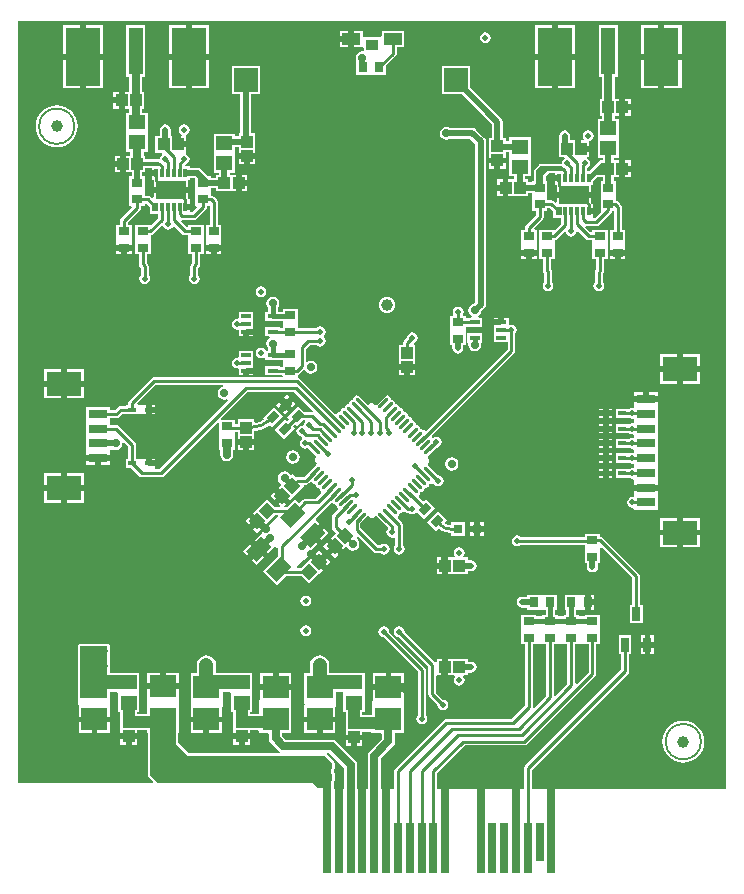
<source format=gtl>
G04*
G04 #@! TF.GenerationSoftware,Altium Limited,Altium Designer,19.0.15 (446)*
G04*
G04 Layer_Physical_Order=1*
G04 Layer_Color=255*
%FSLAX42Y42*%
%MOMM*%
G71*
G01*
G75*
%ADD12C,0.15*%
%ADD47C,0.25*%
%ADD48C,0.25*%
%ADD49C,1.00*%
%ADD50R,0.65X1.20*%
%ADD51R,0.48X0.80*%
%ADD52R,0.35X0.80*%
%ADD53R,2.50X1.58*%
%ADD54R,1.00X1.00*%
%ADD55R,2.25X1.95*%
%ADD56R,1.00X1.00*%
%ADD57R,0.85X0.40*%
%ADD58R,1.60X0.80*%
%ADD59R,3.00X2.10*%
G04:AMPARAMS|DCode=60|XSize=0.25mm|YSize=1.2mm|CornerRadius=0mm|HoleSize=0mm|Usage=FLASHONLY|Rotation=135.000|XOffset=0mm|YOffset=0mm|HoleType=Round|Shape=Round|*
%AMOVALD60*
21,1,0.95,0.25,0.00,0.00,225.0*
1,1,0.25,0.34,0.34*
1,1,0.25,-0.34,-0.34*
%
%ADD60OVALD60*%

G04:AMPARAMS|DCode=61|XSize=0.25mm|YSize=1.2mm|CornerRadius=0mm|HoleSize=0mm|Usage=FLASHONLY|Rotation=45.000|XOffset=0mm|YOffset=0mm|HoleType=Round|Shape=Round|*
%AMOVALD61*
21,1,0.95,0.25,0.00,0.00,135.0*
1,1,0.25,0.34,-0.34*
1,1,0.25,-0.34,0.34*
%
%ADD61OVALD61*%

%ADD62R,0.80X0.80*%
G04:AMPARAMS|DCode=63|XSize=0.9mm|YSize=0.7mm|CornerRadius=0mm|HoleSize=0mm|Usage=FLASHONLY|Rotation=45.000|XOffset=0mm|YOffset=0mm|HoleType=Round|Shape=Rectangle|*
%AMROTATEDRECTD63*
4,1,4,-0.07,-0.57,-0.57,-0.07,0.07,0.57,0.57,0.07,-0.07,-0.57,0.0*
%
%ADD63ROTATEDRECTD63*%

%ADD64R,0.90X0.70*%
%ADD65P,1.41X4X180.0*%
%ADD66R,0.70X0.40*%
G04:AMPARAMS|DCode=67|XSize=1.8mm|YSize=1.2mm|CornerRadius=0mm|HoleSize=0mm|Usage=FLASHONLY|Rotation=45.000|XOffset=0mm|YOffset=0mm|HoleType=Round|Shape=Rectangle|*
%AMROTATEDRECTD67*
4,1,4,-0.21,-1.06,-1.06,-0.21,0.21,1.06,1.06,0.21,-0.21,-1.06,0.0*
%
%ADD67ROTATEDRECTD67*%

%ADD68R,1.42X1.19*%
%ADD69R,0.70X4.20*%
%ADD70R,0.70X3.20*%
%ADD71R,0.70X0.90*%
%ADD72R,1.50X1.00*%
%ADD73R,1.00X0.90*%
%ADD74R,3.00X5.00*%
%ADD75R,1.20X4.00*%
%ADD76C,0.50*%
%ADD77C,0.40*%
%ADD78C,0.70*%
%ADD79C,0.80*%
%ADD80C,0.20*%
%ADD81C,1.20*%
%ADD82C,1.00*%
%ADD83C,2.00*%
%ADD84R,2.00X2.00*%
%ADD85C,6.00*%
%ADD86C,0.70*%
%ADD87C,0.50*%
%ADD88C,0.60*%
%ADD89C,0.80*%
%ADD90C,0.90*%
G36*
X7733Y3990D02*
X7632Y3889D01*
X7619Y3894D01*
Y4225D01*
X7733D01*
Y3990D01*
D02*
G37*
G36*
X7553Y3890D02*
X7452Y3789D01*
X7439Y3794D01*
Y4225D01*
X7553D01*
Y3890D01*
D02*
G37*
G36*
X3660Y3770D02*
X3430D01*
Y4210D01*
X3660D01*
Y3770D01*
D02*
G37*
G36*
X7373Y3790D02*
X7271Y3687D01*
X7259Y3694D01*
X7259Y3696D01*
Y4225D01*
X7373D01*
Y3790D01*
D02*
G37*
G36*
X4143Y3495D02*
X4240D01*
Y3380D01*
X4338Y3281D01*
X5496D01*
X5562Y3215D01*
Y3171D01*
X5550Y3167D01*
X5544Y3175D01*
X5533Y3183D01*
X5532Y3183D01*
Y3150D01*
Y3117D01*
X5533Y3117D01*
X5544Y3125D01*
X5550Y3133D01*
X5562Y3129D01*
Y3071D01*
X5550Y3067D01*
X5544Y3075D01*
X5533Y3083D01*
X5532Y3083D01*
Y3050D01*
X5519D01*
Y3037D01*
X5486D01*
X5486Y3036D01*
X5494Y3025D01*
X5497Y3023D01*
X5493Y3010D01*
X5440D01*
X5400Y3050D01*
X4090D01*
X4020Y3120D01*
Y3495D01*
X4117D01*
Y3592D01*
X4143D01*
Y3495D01*
D02*
G37*
G36*
X8900Y3000D02*
X7252D01*
Y3160D01*
X8066Y3974D01*
X8073Y3984D01*
X8076Y3997D01*
Y4140D01*
X8095D01*
Y4300D01*
X7990D01*
Y4140D01*
X8009D01*
Y4011D01*
X7196Y3197D01*
X7188Y3186D01*
X7186Y3174D01*
Y3000D01*
X6452D01*
Y3135D01*
X6684Y3367D01*
X7190D01*
X7203Y3369D01*
X7213Y3377D01*
X7790Y3953D01*
X7797Y3964D01*
X7799Y3976D01*
Y4225D01*
X7831D01*
Y4335D01*
Y4475D01*
X7701D01*
Y4461D01*
X7651D01*
Y4475D01*
X7627D01*
Y4515D01*
X7701D01*
Y4580D01*
Y4645D01*
X7531D01*
Y4515D01*
X7546D01*
Y4475D01*
X7521D01*
Y4461D01*
X7471D01*
Y4475D01*
X7451D01*
Y4515D01*
X7465D01*
Y4645D01*
X7215D01*
Y4626D01*
X7170D01*
X7152Y4622D01*
X7138Y4612D01*
X7128Y4598D01*
X7124Y4580D01*
X7128Y4562D01*
X7138Y4548D01*
X7152Y4538D01*
X7170Y4534D01*
X7215D01*
Y4515D01*
X7369D01*
Y4475D01*
X7341D01*
Y4461D01*
X7291D01*
Y4475D01*
X7161D01*
Y4365D01*
Y4225D01*
X7193D01*
Y3710D01*
X7076Y3593D01*
X6530D01*
X6517Y3591D01*
X6507Y3583D01*
X6096Y3172D01*
X6088Y3162D01*
X6086Y3149D01*
Y3000D01*
X5975D01*
Y3150D01*
X5975Y3150D01*
Y3258D01*
X6079Y3362D01*
X6091Y3380D01*
X6095Y3402D01*
Y3470D01*
X6172Y3470D01*
Y3705D01*
Y3729D01*
X6167Y3734D01*
X6172Y3745D01*
X6172D01*
Y3838D01*
X6039D01*
X5907D01*
Y3756D01*
X5898Y3747D01*
Y3626D01*
X5817D01*
Y3650D01*
X5837D01*
Y3808D01*
X5837Y3809D01*
Y3821D01*
X5837Y3822D01*
Y3980D01*
X5755D01*
X5746Y3981D01*
X5537D01*
Y4050D01*
X5534Y4071D01*
X5526Y4090D01*
X5513Y4107D01*
X5497Y4120D01*
X5477Y4128D01*
X5456Y4131D01*
X5436Y4128D01*
X5416Y4120D01*
X5399Y4107D01*
X5387Y4090D01*
X5378Y4071D01*
X5376Y4050D01*
Y3980D01*
X5324Y3980D01*
Y3745D01*
Y3721D01*
X5329Y3716D01*
X5324Y3705D01*
X5324D01*
Y3612D01*
X5589D01*
Y3694D01*
X5598Y3703D01*
Y3820D01*
X5651D01*
X5655Y3809D01*
X5655Y3807D01*
Y3650D01*
X5676D01*
Y3555D01*
X5676Y3550D01*
Y3485D01*
Y3460D01*
X5746D01*
X5816D01*
Y3484D01*
X5889D01*
X5898Y3475D01*
X5898Y3471D01*
X5900Y3469D01*
X5910Y3469D01*
X5974Y3469D01*
X5983Y3460D01*
Y3425D01*
X5879Y3321D01*
X5867Y3303D01*
X5863Y3281D01*
Y3150D01*
X5863Y3150D01*
Y3050D01*
X5863Y3050D01*
X5863Y3050D01*
Y3000D01*
X5775D01*
Y3150D01*
X5775Y3150D01*
Y3201D01*
X5771Y3222D01*
X5759Y3241D01*
X5600Y3400D01*
X5581Y3412D01*
X5560Y3416D01*
X5173D01*
X5139Y3450D01*
Y3472D01*
X5215Y3472D01*
Y3708D01*
Y3731D01*
X5211Y3736D01*
X5215Y3747D01*
X5215D01*
Y3840D01*
X5083D01*
X4950D01*
Y3759D01*
X4942Y3750D01*
Y3636D01*
X4867D01*
Y3650D01*
X4887D01*
Y3808D01*
X4887Y3809D01*
Y3821D01*
X4887Y3822D01*
Y3980D01*
X4805D01*
X4796Y3981D01*
X4578D01*
Y4050D01*
X4575Y4071D01*
X4567Y4090D01*
X4554Y4107D01*
X4538Y4120D01*
X4518Y4128D01*
X4497Y4131D01*
X4477Y4128D01*
X4457Y4120D01*
X4440Y4107D01*
X4428Y4090D01*
X4419Y4071D01*
X4417Y4050D01*
Y3980D01*
X4365Y3980D01*
Y3745D01*
Y3721D01*
X4370Y3716D01*
X4365Y3705D01*
X4365D01*
Y3612D01*
X4630D01*
Y3694D01*
X4639Y3703D01*
Y3820D01*
X4701D01*
X4705Y3809D01*
X4705Y3807D01*
Y3650D01*
X4726D01*
Y3565D01*
X4726Y3560D01*
Y3495D01*
Y3470D01*
X4796D01*
X4866D01*
Y3494D01*
X4933D01*
X4942Y3485D01*
X4942Y3473D01*
X4944Y3471D01*
X4953Y3471D01*
X5018Y3472D01*
X5027Y3463D01*
Y3427D01*
X5031Y3406D01*
X5043Y3388D01*
X5110Y3320D01*
X5119Y3315D01*
X5115Y3302D01*
X4347D01*
X4260Y3388D01*
Y3475D01*
X4262D01*
Y3620D01*
Y3750D01*
Y3842D01*
X4130D01*
X3997D01*
Y3750D01*
Y3636D01*
X3911D01*
Y3650D01*
X3931D01*
Y3808D01*
X3931Y3809D01*
Y3821D01*
X3931Y3822D01*
Y3980D01*
X3849D01*
X3840Y3981D01*
X3680D01*
Y4036D01*
X3681Y4040D01*
X3680Y4044D01*
Y4166D01*
X3681Y4170D01*
X3680Y4174D01*
Y4210D01*
X3679Y4218D01*
X3674Y4224D01*
X3668Y4229D01*
X3660Y4230D01*
X3624D01*
X3620Y4231D01*
X3616Y4230D01*
X3474D01*
X3470Y4231D01*
X3466Y4230D01*
X3430D01*
X3422Y4229D01*
X3416Y4224D01*
X3411Y4218D01*
X3410Y4210D01*
Y4174D01*
X3409Y4170D01*
X3410Y4166D01*
Y4044D01*
X3409Y4040D01*
X3410Y4036D01*
Y3980D01*
X3409Y3980D01*
Y3721D01*
X3414Y3716D01*
X3417Y3705D01*
X3417D01*
X3417Y3705D01*
Y3612D01*
X3683D01*
Y3705D01*
Y3820D01*
X3744D01*
X3749Y3809D01*
X3749Y3807D01*
Y3650D01*
X3769D01*
Y3565D01*
X3770Y3560D01*
Y3495D01*
Y3470D01*
X3840D01*
X3910D01*
Y3494D01*
X3997D01*
Y3475D01*
X4000D01*
Y3120D01*
X4000Y3120D01*
X4001Y3112D01*
X4006Y3106D01*
X4006Y3106D01*
X4049Y3062D01*
X4045Y3050D01*
X2900D01*
Y9500D01*
X8900D01*
Y3000D01*
D02*
G37*
G36*
X5663Y3178D02*
Y3150D01*
X5663Y3150D01*
Y3050D01*
X5663Y3050D01*
X5663Y3050D01*
Y3000D01*
X5575D01*
Y3055D01*
X5575Y3055D01*
X5576Y3056D01*
X5577Y3056D01*
X5579Y3059D01*
X5580Y3061D01*
X5581Y3062D01*
X5581Y3063D01*
X5582Y3066D01*
X5583Y3069D01*
X5583Y3070D01*
X5583Y3071D01*
Y3129D01*
X5583Y3130D01*
X5583Y3131D01*
X5582Y3134D01*
X5581Y3137D01*
X5581Y3138D01*
X5580Y3139D01*
X5579Y3141D01*
X5577Y3143D01*
X5577Y3148D01*
X5577Y3149D01*
Y3151D01*
X5577Y3154D01*
X5577Y3157D01*
X5579Y3159D01*
X5580Y3161D01*
X5581Y3162D01*
X5581Y3163D01*
X5582Y3166D01*
X5583Y3169D01*
X5583Y3170D01*
X5583Y3171D01*
Y3215D01*
X5581Y3222D01*
X5577Y3229D01*
X5515Y3291D01*
X5520Y3304D01*
X5537D01*
X5663Y3178D01*
D02*
G37*
%LPC*%
G36*
X5506Y3183D02*
X5505Y3183D01*
X5494Y3175D01*
X5486Y3164D01*
X5486Y3163D01*
X5506D01*
Y3183D01*
D02*
G37*
G36*
Y3137D02*
X5486D01*
X5486Y3136D01*
X5494Y3125D01*
X5505Y3117D01*
X5506Y3117D01*
Y3137D01*
D02*
G37*
G36*
Y3083D02*
X5505Y3083D01*
X5494Y3075D01*
X5486Y3064D01*
X5486Y3063D01*
X5506D01*
Y3083D01*
D02*
G37*
G36*
X5700Y9420D02*
X5630D01*
Y9375D01*
X5700D01*
Y9420D01*
D02*
G37*
G36*
X6170D02*
X5980D01*
Y9372D01*
X5970Y9365D01*
X5833D01*
X5830Y9365D01*
X5820Y9372D01*
Y9420D01*
X5750D01*
Y9350D01*
Y9280D01*
X5817D01*
X5820Y9280D01*
X5830Y9273D01*
Y9254D01*
X5820Y9246D01*
X5819Y9246D01*
X5798Y9242D01*
X5779Y9230D01*
X5767Y9211D01*
X5763Y9190D01*
X5764Y9187D01*
X5765Y9175D01*
X5765Y9175D01*
X5765Y9175D01*
Y9045D01*
X6015D01*
Y9118D01*
X6098Y9202D01*
X6106Y9212D01*
X6108Y9225D01*
Y9280D01*
X6170D01*
Y9420D01*
D02*
G37*
G36*
X6860Y9406D02*
X6842Y9402D01*
X6828Y9392D01*
X6818Y9378D01*
X6814Y9360D01*
X6818Y9342D01*
X6828Y9328D01*
X6842Y9318D01*
X6860Y9314D01*
X6878Y9318D01*
X6892Y9328D01*
X6902Y9342D01*
X6906Y9360D01*
X6902Y9378D01*
X6892Y9392D01*
X6878Y9402D01*
X6860Y9406D01*
D02*
G37*
G36*
X5700Y9325D02*
X5630D01*
Y9280D01*
X5700D01*
Y9325D01*
D02*
G37*
G36*
X8520Y9470D02*
X8375D01*
Y9225D01*
X8520D01*
Y9470D01*
D02*
G37*
G36*
X7620D02*
X7475D01*
Y9225D01*
X7620D01*
Y9470D01*
D02*
G37*
G36*
X3620D02*
X3475D01*
Y9225D01*
X3620D01*
Y9470D01*
D02*
G37*
G36*
X8325D02*
X8180D01*
Y9225D01*
X8325D01*
Y9470D01*
D02*
G37*
G36*
X7425D02*
X7280D01*
Y9225D01*
X7425D01*
Y9470D01*
D02*
G37*
G36*
X3425D02*
X3280D01*
Y9225D01*
X3425D01*
Y9470D01*
D02*
G37*
G36*
X4520D02*
X4375D01*
Y9225D01*
X4520D01*
Y9470D01*
D02*
G37*
G36*
X4325D02*
X4180D01*
Y9225D01*
X4325D01*
Y9470D01*
D02*
G37*
G36*
X8520Y9175D02*
X8375D01*
Y8930D01*
X8520D01*
Y9175D01*
D02*
G37*
G36*
X8325D02*
X8180D01*
Y8930D01*
X8325D01*
Y9175D01*
D02*
G37*
G36*
X7620D02*
X7475D01*
Y8930D01*
X7620D01*
Y9175D01*
D02*
G37*
G36*
X7425D02*
X7280D01*
Y8930D01*
X7425D01*
Y9175D01*
D02*
G37*
G36*
X4520Y9175D02*
X4375D01*
Y8930D01*
X4520D01*
Y9175D01*
D02*
G37*
G36*
X4325D02*
X4180D01*
Y8930D01*
X4325D01*
Y9175D01*
D02*
G37*
G36*
X3620Y9175D02*
X3475D01*
Y8930D01*
X3620D01*
Y9175D01*
D02*
G37*
G36*
X3425D02*
X3280D01*
Y8930D01*
X3425D01*
Y9175D01*
D02*
G37*
G36*
X3755Y8900D02*
X3710D01*
Y8855D01*
X3755D01*
Y8900D01*
D02*
G37*
G36*
X8090Y8840D02*
X8045D01*
Y8795D01*
X8090D01*
Y8840D01*
D02*
G37*
G36*
X3755Y8805D02*
X3710D01*
Y8760D01*
X3755D01*
Y8805D01*
D02*
G37*
G36*
X8090Y8745D02*
X8045D01*
Y8700D01*
X8090D01*
Y8745D01*
D02*
G37*
G36*
X4310Y8626D02*
X4292Y8622D01*
X4278Y8612D01*
X4268Y8598D01*
X4264Y8580D01*
X4268Y8562D01*
X4278Y8548D01*
X4290Y8539D01*
X4288Y8527D01*
X4288Y8526D01*
X4280D01*
Y8482D01*
X4325D01*
X4325Y8525D01*
X4326Y8531D01*
X4328Y8538D01*
X4342Y8548D01*
X4352Y8562D01*
X4356Y8580D01*
X4352Y8598D01*
X4342Y8612D01*
X4328Y8622D01*
X4310Y8626D01*
D02*
G37*
G36*
X3230Y8788D02*
X3195Y8785D01*
X3162Y8775D01*
X3131Y8758D01*
X3104Y8736D01*
X3082Y8709D01*
X3065Y8678D01*
X3055Y8645D01*
X3052Y8610D01*
X3055Y8575D01*
X3065Y8542D01*
X3082Y8511D01*
X3104Y8484D01*
X3131Y8462D01*
X3162Y8445D01*
X3195Y8435D01*
X3230Y8432D01*
X3265Y8435D01*
X3298Y8445D01*
X3329Y8462D01*
X3356Y8484D01*
X3378Y8511D01*
X3395Y8542D01*
X3405Y8575D01*
X3408Y8610D01*
X3405Y8645D01*
X3395Y8678D01*
X3378Y8709D01*
X3356Y8736D01*
X3329Y8758D01*
X3298Y8775D01*
X3265Y8785D01*
X3230Y8788D01*
D02*
G37*
G36*
X3980Y9470D02*
X3820D01*
Y9030D01*
X3844D01*
Y8900D01*
X3805D01*
Y8830D01*
Y8760D01*
X3844D01*
Y8725D01*
X3819D01*
Y8567D01*
X3819Y8566D01*
Y8554D01*
X3819Y8553D01*
Y8395D01*
X3854D01*
Y8360D01*
X3815D01*
Y8290D01*
Y8220D01*
X3864D01*
Y8185D01*
X3845D01*
Y8075D01*
Y7935D01*
X3860D01*
X3865Y7922D01*
X3777Y7833D01*
X3769Y7823D01*
X3767Y7810D01*
Y7775D01*
X3735D01*
Y7665D01*
Y7605D01*
X3800D01*
X3865D01*
Y7635D01*
Y7775D01*
X3833D01*
Y7796D01*
X3933Y7897D01*
X3941Y7907D01*
X3943Y7920D01*
Y7935D01*
X3975D01*
Y7957D01*
X3990D01*
X4019Y7927D01*
Y7870D01*
X4087D01*
Y7832D01*
X4035Y7780D01*
X4025Y7775D01*
Y7775D01*
X4025Y7775D01*
X3895D01*
Y7665D01*
Y7525D01*
X3927D01*
Y7442D01*
X3929Y7429D01*
X3937Y7418D01*
X3942Y7413D01*
Y7351D01*
X3933Y7338D01*
X3929Y7320D01*
X3933Y7302D01*
X3943Y7288D01*
X3957Y7278D01*
X3975Y7274D01*
X3993Y7278D01*
X4007Y7288D01*
X4017Y7302D01*
X4021Y7320D01*
X4017Y7338D01*
X4008Y7351D01*
Y7426D01*
X4006Y7439D01*
X3998Y7450D01*
X3993Y7455D01*
Y7525D01*
X4025D01*
Y7635D01*
Y7687D01*
X4035Y7689D01*
X4045Y7697D01*
X4115Y7767D01*
X4126Y7763D01*
X4128Y7762D01*
X4138Y7748D01*
X4152Y7738D01*
X4170Y7734D01*
X4188Y7738D01*
X4202Y7748D01*
X4211Y7760D01*
X4225Y7764D01*
X4292Y7697D01*
X4302Y7689D01*
X4315Y7687D01*
X4345D01*
Y7525D01*
X4377D01*
Y7455D01*
X4372Y7450D01*
X4364Y7439D01*
X4362Y7426D01*
Y7351D01*
X4353Y7338D01*
X4349Y7320D01*
X4353Y7302D01*
X4363Y7288D01*
X4377Y7278D01*
X4395Y7274D01*
X4413Y7278D01*
X4427Y7288D01*
X4437Y7302D01*
X4441Y7320D01*
X4437Y7338D01*
X4428Y7351D01*
Y7413D01*
X4433Y7418D01*
X4441Y7429D01*
X4443Y7442D01*
Y7525D01*
X4475D01*
Y7665D01*
Y7775D01*
X4345D01*
Y7753D01*
X4329D01*
X4279Y7803D01*
X4279Y7806D01*
X4290Y7817D01*
X4390D01*
X4403Y7819D01*
X4413Y7827D01*
X4493Y7907D01*
X4501Y7917D01*
X4503Y7930D01*
Y7935D01*
X4527D01*
Y7775D01*
X4495D01*
Y7665D01*
Y7605D01*
X4560D01*
X4625D01*
Y7635D01*
Y7775D01*
X4593D01*
Y7970D01*
X4591Y7983D01*
X4583Y7993D01*
X4563Y8013D01*
X4553Y8021D01*
X4540Y8023D01*
X4535D01*
Y8084D01*
X4580D01*
Y8060D01*
X4745D01*
Y8130D01*
Y8200D01*
X4696D01*
Y8217D01*
X4741D01*
Y8375D01*
X4741Y8375D01*
Y8388D01*
X4741Y8388D01*
Y8434D01*
X4770D01*
Y8385D01*
X4910D01*
Y8410D01*
Y8550D01*
X4876D01*
Y8880D01*
X4950D01*
Y9120D01*
X4710D01*
Y8880D01*
X4784D01*
Y8550D01*
X4770D01*
Y8526D01*
X4741D01*
Y8546D01*
X4559D01*
Y8388D01*
X4559Y8388D01*
Y8375D01*
X4559Y8375D01*
Y8217D01*
X4604D01*
Y8200D01*
X4580D01*
Y8176D01*
X4535D01*
Y8185D01*
X4514D01*
X4444Y8254D01*
X4444Y8254D01*
X4438Y8259D01*
X4430Y8260D01*
X4358D01*
Y8273D01*
X4319D01*
X4318Y8286D01*
X4328Y8288D01*
X4342Y8298D01*
X4352Y8312D01*
X4356Y8330D01*
X4352Y8348D01*
X4342Y8362D01*
X4328Y8372D01*
X4320Y8374D01*
X4322Y8386D01*
X4325D01*
Y8432D01*
X4255D01*
Y8457D01*
X4230D01*
Y8526D01*
X4196D01*
Y8580D01*
X4192Y8598D01*
X4182Y8612D01*
X4168Y8622D01*
X4150Y8626D01*
X4132Y8622D01*
X4118Y8612D01*
X4108Y8598D01*
X4104Y8580D01*
Y8526D01*
X4065D01*
Y8386D01*
X4121D01*
X4125Y8382D01*
X4122Y8365D01*
X4118Y8362D01*
X4108Y8348D01*
X4106Y8342D01*
X4103Y8330D01*
X4095Y8332D01*
X3980Y8332D01*
Y8360D01*
X3966D01*
Y8395D01*
X4001D01*
Y8553D01*
X4001Y8554D01*
Y8566D01*
X4001Y8567D01*
Y8725D01*
X3956D01*
Y8760D01*
X3970D01*
Y8900D01*
X3956D01*
Y9030D01*
X3980D01*
Y9470D01*
D02*
G37*
G36*
X7980D02*
X7820D01*
Y9030D01*
X7844D01*
Y8840D01*
X7830D01*
Y8700D01*
X7844D01*
Y8675D01*
X7809D01*
Y8517D01*
X7809Y8516D01*
Y8504D01*
X7809Y8503D01*
Y8345D01*
X7854D01*
Y8323D01*
X7841Y8320D01*
X7835Y8320D01*
X7835Y8320D01*
X7830Y8320D01*
Y8319D01*
X7827Y8319D01*
X7821Y8314D01*
X7738Y8232D01*
X7718D01*
Y8254D01*
X7732Y8264D01*
X7742Y8278D01*
X7746Y8296D01*
X7742Y8314D01*
X7732Y8328D01*
X7719Y8337D01*
X7719Y8344D01*
X7721Y8350D01*
X7740D01*
Y8395D01*
X7670D01*
Y8445D01*
X7740D01*
Y8486D01*
X7748Y8488D01*
X7762Y8498D01*
X7772Y8512D01*
X7776Y8530D01*
X7772Y8548D01*
X7762Y8562D01*
X7748Y8572D01*
X7730Y8576D01*
X7712Y8572D01*
X7698Y8562D01*
X7688Y8548D01*
X7684Y8530D01*
X7688Y8512D01*
X7694Y8503D01*
X7688Y8490D01*
X7576D01*
Y8530D01*
X7572Y8548D01*
X7562Y8562D01*
X7548Y8572D01*
X7530Y8576D01*
X7512Y8572D01*
X7498Y8562D01*
X7488Y8548D01*
X7484Y8530D01*
Y8490D01*
X7480D01*
Y8350D01*
X7522D01*
X7530Y8337D01*
X7530Y8336D01*
X7518Y8327D01*
X7508Y8313D01*
X7504Y8295D01*
X7500Y8290D01*
X7325Y8290D01*
X7325Y8290D01*
X7317Y8289D01*
X7311Y8284D01*
X7276Y8249D01*
X7271Y8243D01*
X7270Y8235D01*
X7270Y8154D01*
X7261Y8145D01*
X7255D01*
Y8136D01*
X7220D01*
Y8160D01*
X7196D01*
Y8185D01*
X7242D01*
Y8343D01*
X7242Y8344D01*
Y8356D01*
X7242Y8357D01*
Y8515D01*
X7060D01*
Y8481D01*
X7031D01*
Y8510D01*
X7007D01*
Y8649D01*
X7003Y8667D01*
X6993Y8681D01*
X6730Y8945D01*
Y9120D01*
X6490D01*
Y8880D01*
X6665D01*
X6915Y8630D01*
Y8540D01*
X6914Y8535D01*
X6915Y8530D01*
Y8510D01*
X6891D01*
Y8370D01*
Y8345D01*
X7031D01*
Y8390D01*
X7060D01*
Y8357D01*
X7060Y8356D01*
Y8344D01*
X7060Y8343D01*
Y8185D01*
X7104D01*
Y8160D01*
X7055D01*
Y8090D01*
X7030D01*
D01*
X7055D01*
Y8020D01*
X7220D01*
Y8044D01*
X7255D01*
Y7895D01*
X7287D01*
Y7854D01*
X7207Y7773D01*
X7199Y7763D01*
X7197Y7750D01*
Y7735D01*
X7165D01*
Y7625D01*
Y7565D01*
X7230D01*
X7295D01*
Y7595D01*
Y7735D01*
X7280D01*
X7275Y7748D01*
X7343Y7817D01*
X7351Y7827D01*
X7353Y7840D01*
Y7895D01*
X7385D01*
Y7917D01*
X7403D01*
X7435Y7886D01*
Y7829D01*
X7502D01*
Y7786D01*
X7456Y7740D01*
X7445Y7735D01*
Y7735D01*
X7445Y7735D01*
X7315D01*
Y7625D01*
Y7485D01*
X7347D01*
Y7389D01*
X7349Y7376D01*
X7357Y7365D01*
X7357Y7365D01*
Y7291D01*
X7348Y7278D01*
X7344Y7260D01*
X7348Y7242D01*
X7358Y7228D01*
X7372Y7218D01*
X7390Y7214D01*
X7408Y7218D01*
X7422Y7228D01*
X7432Y7242D01*
X7436Y7260D01*
X7432Y7278D01*
X7423Y7291D01*
Y7378D01*
X7423Y7379D01*
X7421Y7391D01*
X7413Y7402D01*
X7413Y7402D01*
X7413Y7402D01*
Y7485D01*
X7445D01*
Y7647D01*
X7455Y7649D01*
X7466Y7657D01*
X7527Y7717D01*
X7540Y7713D01*
X7543Y7702D01*
X7553Y7688D01*
X7567Y7678D01*
X7585Y7674D01*
X7603Y7678D01*
X7617Y7688D01*
X7627Y7702D01*
X7631Y7719D01*
X7633Y7721D01*
X7643Y7725D01*
X7712Y7657D01*
X7722Y7649D01*
X7735Y7647D01*
X7765D01*
Y7485D01*
X7797D01*
Y7402D01*
X7797Y7402D01*
X7797Y7402D01*
Y7402D01*
X7789Y7391D01*
X7787Y7378D01*
Y7291D01*
X7778Y7278D01*
X7774Y7260D01*
X7778Y7242D01*
X7788Y7228D01*
X7802Y7218D01*
X7820Y7214D01*
X7838Y7218D01*
X7852Y7228D01*
X7862Y7242D01*
X7866Y7260D01*
X7862Y7278D01*
X7853Y7291D01*
Y7365D01*
X7853Y7365D01*
X7861Y7376D01*
X7863Y7388D01*
Y7485D01*
X7895D01*
Y7625D01*
Y7735D01*
X7765D01*
Y7713D01*
X7749D01*
X7707Y7754D01*
X7709Y7760D01*
X7713Y7767D01*
X7800D01*
X7813Y7769D01*
X7823Y7777D01*
X7923Y7877D01*
X7931Y7887D01*
X7932Y7895D01*
X7947D01*
Y7735D01*
X7915D01*
Y7625D01*
Y7565D01*
X7980D01*
X8045D01*
Y7595D01*
Y7735D01*
X8013D01*
Y7930D01*
X8011Y7943D01*
X8003Y7953D01*
X7983Y7973D01*
X7973Y7981D01*
X7965Y7982D01*
Y8005D01*
X7965D01*
Y8035D01*
X7965D01*
Y8145D01*
X7965D01*
Y8145D01*
X7946D01*
Y8180D01*
X7995D01*
Y8250D01*
Y8320D01*
X7946D01*
Y8345D01*
X7991D01*
Y8503D01*
X7991Y8504D01*
Y8516D01*
X7991Y8517D01*
Y8675D01*
X7956D01*
Y8700D01*
X7995D01*
Y8770D01*
Y8840D01*
X7956D01*
Y9030D01*
X7980D01*
Y9470D01*
D02*
G37*
G36*
X3765Y8360D02*
X3720D01*
Y8315D01*
X3765D01*
Y8360D01*
D02*
G37*
G36*
X4910Y8335D02*
X4865D01*
Y8290D01*
X4910D01*
Y8335D01*
D02*
G37*
G36*
X4815D02*
X4770D01*
Y8290D01*
X4815D01*
Y8335D01*
D02*
G37*
G36*
X8090Y8320D02*
X8045D01*
Y8275D01*
X8090D01*
Y8320D01*
D02*
G37*
G36*
X7031Y8295D02*
X6986D01*
Y8250D01*
X7031D01*
Y8295D01*
D02*
G37*
G36*
X6936D02*
X6891D01*
Y8250D01*
X6936D01*
Y8295D01*
D02*
G37*
G36*
X3765Y8265D02*
X3720D01*
Y8220D01*
X3765D01*
Y8265D01*
D02*
G37*
G36*
X8090Y8225D02*
X8045D01*
Y8180D01*
X8090D01*
Y8225D01*
D02*
G37*
G36*
X4840Y8200D02*
X4795D01*
Y8155D01*
X4840D01*
Y8200D01*
D02*
G37*
G36*
X7005Y8160D02*
X6960D01*
Y8115D01*
X7005D01*
Y8160D01*
D02*
G37*
G36*
X4840Y8105D02*
X4795D01*
Y8060D01*
X4840D01*
Y8105D01*
D02*
G37*
G36*
X7005Y8065D02*
X6960D01*
Y8020D01*
X7005D01*
Y8065D01*
D02*
G37*
G36*
X4625Y7555D02*
X4585D01*
Y7525D01*
X4625D01*
Y7555D01*
D02*
G37*
G36*
X4535D02*
X4495D01*
Y7525D01*
X4535D01*
Y7555D01*
D02*
G37*
G36*
X3865D02*
X3825D01*
Y7525D01*
X3865D01*
Y7555D01*
D02*
G37*
G36*
X3775D02*
X3735D01*
Y7525D01*
X3775D01*
Y7555D01*
D02*
G37*
G36*
X8045Y7515D02*
X8005D01*
Y7485D01*
X8045D01*
Y7515D01*
D02*
G37*
G36*
X7955D02*
X7915D01*
Y7485D01*
X7955D01*
Y7515D01*
D02*
G37*
G36*
X7295D02*
X7255D01*
Y7485D01*
X7295D01*
Y7515D01*
D02*
G37*
G36*
X7205D02*
X7165D01*
Y7485D01*
X7205D01*
Y7515D01*
D02*
G37*
G36*
X4960Y7256D02*
X4942Y7252D01*
X4928Y7242D01*
X4918Y7228D01*
X4914Y7210D01*
X4918Y7192D01*
X4928Y7178D01*
X4942Y7168D01*
X4960Y7164D01*
X4978Y7168D01*
X4992Y7178D01*
X5002Y7192D01*
X5006Y7210D01*
X5002Y7228D01*
X4992Y7242D01*
X4978Y7252D01*
X4960Y7256D01*
D02*
G37*
G36*
X6026Y7168D02*
X6008Y7165D01*
X5991Y7158D01*
X5976Y7147D01*
X5965Y7132D01*
X5958Y7115D01*
X5955Y7097D01*
X5958Y7079D01*
X5965Y7062D01*
X5976Y7047D01*
X5991Y7036D01*
X6008Y7029D01*
X6026Y7026D01*
X6044Y7029D01*
X6061Y7036D01*
X6076Y7047D01*
X6087Y7062D01*
X6094Y7079D01*
X6097Y7097D01*
X6094Y7115D01*
X6087Y7132D01*
X6076Y7147D01*
X6061Y7158D01*
X6044Y7165D01*
X6026Y7168D01*
D02*
G37*
G36*
X6530Y8606D02*
X6509Y8602D01*
X6490Y8590D01*
X6478Y8571D01*
X6474Y8550D01*
X6478Y8529D01*
X6490Y8510D01*
X6509Y8498D01*
X6530Y8494D01*
X6551Y8498D01*
X6560Y8504D01*
X6731D01*
X6773Y8462D01*
Y7118D01*
X6759Y7104D01*
X6749Y7102D01*
X6730Y7090D01*
X6718Y7071D01*
X6714Y7050D01*
X6718Y7029D01*
X6730Y7010D01*
X6742Y7003D01*
X6738Y6990D01*
X6707D01*
Y6983D01*
X6693D01*
Y7005D01*
X6679D01*
X6672Y7015D01*
X6672Y7018D01*
X6676Y7035D01*
X6672Y7053D01*
X6662Y7067D01*
X6648Y7077D01*
X6630Y7081D01*
X6612Y7077D01*
X6598Y7067D01*
X6588Y7053D01*
X6584Y7035D01*
X6588Y7018D01*
X6588Y7015D01*
X6581Y7005D01*
X6560D01*
Y6895D01*
X6563D01*
Y6865D01*
X6560D01*
Y6755D01*
X6579D01*
Y6730D01*
X6582Y6712D01*
X6592Y6698D01*
X6607Y6688D01*
X6625Y6684D01*
X6642Y6688D01*
X6657Y6698D01*
X6667Y6712D01*
X6671Y6730D01*
Y6755D01*
X6693D01*
Y6917D01*
X6707D01*
Y6910D01*
X6832D01*
Y6990D01*
X6802D01*
X6798Y7003D01*
X6810Y7010D01*
X6822Y7029D01*
X6824Y7039D01*
X6851Y7067D01*
X6861Y7081D01*
X6865Y7099D01*
Y8481D01*
X6861Y8499D01*
X6851Y8513D01*
X6782Y8582D01*
X6768Y8592D01*
X6750Y8596D01*
X6560D01*
X6551Y8602D01*
X6530Y8606D01*
D02*
G37*
G36*
X4895Y7040D02*
X4770D01*
Y6989D01*
X4760Y6981D01*
X4760Y6981D01*
X4743Y6977D01*
X4728Y6967D01*
X4718Y6953D01*
X4714Y6935D01*
X4718Y6917D01*
X4728Y6903D01*
X4743Y6893D01*
X4760Y6889D01*
X4760Y6889D01*
X4770Y6881D01*
Y6830D01*
X4808D01*
Y6870D01*
X4833D01*
Y6895D01*
X4895D01*
Y6895D01*
Y6960D01*
Y7040D01*
D02*
G37*
G36*
X6970Y6990D02*
X6932D01*
Y6975D01*
X6970D01*
Y6990D01*
D02*
G37*
G36*
X5060Y7166D02*
X5039Y7162D01*
X5020Y7150D01*
X5008Y7131D01*
X5004Y7110D01*
X5008Y7089D01*
X5019Y7072D01*
Y7040D01*
X4995D01*
Y6960D01*
X5054D01*
X5058Y6959D01*
X5058Y6959D01*
X5143D01*
Y6903D01*
X5120D01*
Y6910D01*
X4995D01*
Y6830D01*
X5028D01*
X5032Y6817D01*
X5020Y6810D01*
X5008Y6791D01*
X5004Y6770D01*
X5008Y6749D01*
X5017Y6736D01*
Y6710D01*
X5001D01*
X4992Y6722D01*
X4978Y6732D01*
X4960Y6736D01*
X4942Y6732D01*
X4928Y6722D01*
X4918Y6708D01*
X4914Y6690D01*
X4918Y6672D01*
X4928Y6658D01*
X4942Y6648D01*
X4960Y6644D01*
X4978Y6648D01*
X4982Y6651D01*
X4995Y6644D01*
Y6630D01*
X5054D01*
X5058Y6629D01*
X5143D01*
Y6573D01*
X5120D01*
Y6580D01*
X4995D01*
Y6500D01*
X5120D01*
Y6507D01*
X5134D01*
X5143Y6498D01*
X5143Y6485D01*
X5131Y6483D01*
X4050D01*
X4037Y6481D01*
X4027Y6473D01*
X3847Y6293D01*
X3839Y6283D01*
X3837Y6270D01*
Y6250D01*
X3815D01*
Y6243D01*
X3771D01*
X3758Y6241D01*
X3748Y6234D01*
X3722Y6208D01*
X3680D01*
Y6235D01*
X3480D01*
Y6115D01*
X3480D01*
Y6110D01*
X3480D01*
Y5990D01*
X3480D01*
Y5985D01*
X3480D01*
Y5873D01*
X3480Y5865D01*
X3480Y5852D01*
Y5825D01*
X3580D01*
X3680D01*
Y5852D01*
X3680Y5860D01*
X3680Y5870D01*
X3689Y5879D01*
X3700D01*
X3709Y5873D01*
X3730Y5869D01*
X3751Y5873D01*
X3770Y5885D01*
X3782Y5904D01*
X3786Y5925D01*
X3785Y5931D01*
X3797Y5937D01*
X3837Y5897D01*
Y5796D01*
X3815D01*
Y5716D01*
X3863D01*
X3928Y5652D01*
X3938Y5644D01*
X3951Y5642D01*
X4114D01*
X4127Y5644D01*
X4138Y5652D01*
X4597Y6110D01*
X4608Y6106D01*
Y6013D01*
Y5873D01*
X4614D01*
Y5828D01*
X4618Y5807D01*
X4630Y5789D01*
X4648Y5777D01*
X4670Y5772D01*
X4691Y5777D01*
X4709Y5789D01*
X4721Y5807D01*
X4726Y5828D01*
Y5873D01*
X4738D01*
Y6025D01*
X4763D01*
Y5988D01*
Y5963D01*
X4903D01*
Y5988D01*
Y6028D01*
X4912Y6028D01*
X4956Y6039D01*
X4997Y6056D01*
X5036Y6080D01*
X5036Y6080D01*
X5054Y6062D01*
X5146Y6154D01*
X5068Y6232D01*
X4976Y6140D01*
X4981Y6135D01*
X4979Y6122D01*
X4951Y6108D01*
X4916Y6097D01*
X4903Y6105D01*
Y6128D01*
X4763D01*
Y6091D01*
X4738D01*
Y6123D01*
X4626D01*
X4621Y6135D01*
X4844Y6358D01*
X5240D01*
X5398Y6200D01*
X5392Y6188D01*
X5389Y6189D01*
X5328D01*
X5276Y6240D01*
X5184Y6148D01*
X5200Y6133D01*
X5183Y6117D01*
X5167Y6133D01*
X5075Y6041D01*
X5153Y5963D01*
X5245Y6055D01*
X5230Y6070D01*
X5246Y6086D01*
X5262Y6071D01*
X5314Y6122D01*
X5330D01*
X5334Y6114D01*
X5335Y6110D01*
X5325Y6095D01*
X5322Y6082D01*
X5311Y6071D01*
X5306Y6072D01*
X5288Y6069D01*
X5274Y6059D01*
X5264Y6044D01*
X5260Y6026D01*
X5264Y6009D01*
X5274Y5994D01*
X5288Y5984D01*
X5305Y5981D01*
X5308Y5978D01*
X5306Y5962D01*
X5300Y5957D01*
X5290Y5943D01*
X5286Y5925D01*
X5290Y5907D01*
X5300Y5893D01*
X5314Y5883D01*
X5332Y5879D01*
X5350Y5883D01*
X5359Y5886D01*
X5423Y5822D01*
X5425Y5806D01*
X5413Y5794D01*
Y5778D01*
X5431Y5760D01*
X5429Y5744D01*
X5426Y5742D01*
X5359Y5674D01*
X5327Y5642D01*
X5269D01*
X5256Y5640D01*
X5252Y5637D01*
X5225Y5664D01*
X5221Y5660D01*
X5205Y5661D01*
X5199Y5670D01*
X5180Y5683D01*
X5159Y5687D01*
X5137Y5683D01*
X5119Y5670D01*
X5107Y5652D01*
X5103Y5631D01*
X5107Y5609D01*
X5119Y5591D01*
X5128Y5585D01*
X5130Y5569D01*
X5108Y5547D01*
X5158Y5498D01*
X5207Y5448D01*
X5225Y5466D01*
X5324Y5565D01*
Y5565D01*
X5328Y5576D01*
X5340D01*
X5353Y5579D01*
X5364Y5586D01*
X5376Y5598D01*
X5392Y5596D01*
X5394Y5592D01*
X5405Y5585D01*
X5417Y5582D01*
X5420Y5580D01*
X5422Y5568D01*
X5429Y5557D01*
X5440Y5550D01*
X5453Y5547D01*
X5455Y5545D01*
X5457Y5532D01*
X5465Y5521D01*
X5468Y5519D01*
X5470Y5503D01*
X5426Y5458D01*
X5336D01*
X5323Y5456D01*
X5312Y5449D01*
X5282Y5418D01*
X5249Y5451D01*
X5248D01*
X5183Y5386D01*
X5161D01*
X5156Y5397D01*
X5172Y5413D01*
X5140Y5445D01*
X5108Y5413D01*
X5124Y5397D01*
X5119Y5386D01*
X5078D01*
X5012Y5451D01*
X4913Y5352D01*
X4896Y5335D01*
X4945Y5285D01*
X4995Y5236D01*
X5012Y5253D01*
X5078Y5319D01*
X5100D01*
X5105Y5308D01*
X4965Y5168D01*
X4905Y5108D01*
X4961Y5051D01*
X5018Y4995D01*
X5078Y5055D01*
X5090Y5043D01*
X5094Y5046D01*
X5106Y5041D01*
Y4970D01*
X4979Y4843D01*
X5092Y4729D01*
X5175Y4804D01*
X5302D01*
X5368Y4739D01*
X5452Y4823D01*
X5484Y4855D01*
X5435Y4905D01*
X5385Y4954D01*
X5353Y4922D01*
X5302Y4871D01*
X5266D01*
X5261Y4883D01*
X5380Y4990D01*
X5380Y5007D01*
X5382Y5019D01*
X5435Y5072D01*
X5379Y5129D01*
X5396Y5147D01*
X5379Y5164D01*
X5456Y5242D01*
X5424Y5274D01*
X5423Y5291D01*
X5553Y5421D01*
X5568Y5419D01*
X5571Y5415D01*
X5581Y5408D01*
X5594Y5406D01*
X5596Y5403D01*
X5599Y5391D01*
X5606Y5380D01*
X5610Y5378D01*
X5612Y5362D01*
X5573Y5323D01*
X5565Y5312D01*
X5563Y5299D01*
Y5214D01*
X5565Y5201D01*
X5573Y5191D01*
X5597Y5166D01*
X5571Y5140D01*
X5553Y5122D01*
X5603Y5073D01*
X5652Y5023D01*
X5675Y5046D01*
X5691Y5044D01*
X5698Y5033D01*
X5716Y5021D01*
X5737Y5017D01*
X5759Y5021D01*
X5777Y5033D01*
X5789Y5051D01*
X5793Y5073D01*
X5789Y5094D01*
X5777Y5112D01*
X5774Y5114D01*
X5772Y5129D01*
X5787Y5130D01*
X5911Y5007D01*
X5922Y4999D01*
X5935Y4997D01*
X5971D01*
X5984Y4988D01*
X6002Y4984D01*
X6020Y4988D01*
X6034Y4998D01*
X6044Y5012D01*
X6048Y5030D01*
X6044Y5048D01*
X6034Y5062D01*
X6020Y5072D01*
X6002Y5076D01*
X5984Y5072D01*
X5971Y5063D01*
X5948D01*
X5802Y5209D01*
Y5247D01*
X5862Y5306D01*
X5862Y5306D01*
X5878Y5308D01*
X5891Y5296D01*
X5912D01*
X5925Y5309D01*
X5937Y5308D01*
X5938Y5306D01*
X6033Y5211D01*
Y5203D01*
X6024Y5190D01*
X6020Y5172D01*
X6024Y5154D01*
X6034Y5140D01*
X6049Y5130D01*
X6066Y5126D01*
X6084Y5130D01*
X6085Y5131D01*
X6097Y5125D01*
Y5061D01*
X6087Y5048D01*
X6084Y5030D01*
X6087Y5012D01*
X6097Y4998D01*
X6112Y4988D01*
X6130Y4984D01*
X6147Y4988D01*
X6162Y4998D01*
X6172Y5012D01*
X6176Y5030D01*
X6172Y5048D01*
X6163Y5061D01*
Y5232D01*
X6160Y5245D01*
X6153Y5255D01*
X6117Y5291D01*
X6120Y5307D01*
X6123Y5309D01*
X6130Y5320D01*
X6133Y5333D01*
X6135Y5335D01*
X6148Y5337D01*
X6159Y5345D01*
X6161Y5348D01*
X6177Y5350D01*
X6182Y5345D01*
X6193Y5338D01*
X6205Y5336D01*
X6210D01*
X6224Y5326D01*
X6241Y5323D01*
X6259Y5326D01*
X6274Y5336D01*
X6274Y5337D01*
X6286Y5338D01*
X6343Y5281D01*
X6435Y5373D01*
X6358Y5451D01*
X6335Y5428D01*
X6295Y5468D01*
X6297Y5484D01*
X6300Y5486D01*
X6307Y5497D01*
X6310Y5510D01*
X6312Y5512D01*
X6325Y5514D01*
X6335Y5521D01*
X6343Y5532D01*
X6345Y5545D01*
X6347Y5547D01*
X6360Y5550D01*
X6371Y5557D01*
X6378Y5568D01*
X6380Y5580D01*
X6383Y5582D01*
X6395Y5585D01*
X6404Y5591D01*
X6409Y5592D01*
X6419Y5589D01*
X6427Y5578D01*
X6442Y5568D01*
X6459Y5564D01*
X6477Y5568D01*
X6492Y5578D01*
X6502Y5592D01*
X6505Y5610D01*
X6502Y5628D01*
X6492Y5642D01*
X6477Y5652D01*
X6461Y5656D01*
X6408Y5708D01*
X6407Y5709D01*
X6374Y5742D01*
X6372Y5743D01*
X6371Y5755D01*
X6384Y5769D01*
Y5790D01*
X6373Y5802D01*
X6374Y5818D01*
X6374Y5818D01*
X6446Y5890D01*
X6462Y5893D01*
X6477Y5903D01*
X6487Y5918D01*
X6490Y5936D01*
X6487Y5953D01*
X6477Y5968D01*
X6462Y5978D01*
X6444Y5981D01*
X6427Y5978D01*
X6418Y5972D01*
X6416Y5971D01*
X6408Y5976D01*
X6407Y5991D01*
X7103Y6688D01*
X7111Y6699D01*
X7113Y6711D01*
Y6854D01*
X7122Y6867D01*
X7126Y6885D01*
X7122Y6903D01*
X7112Y6917D01*
X7098Y6927D01*
X7080Y6931D01*
X7070Y6929D01*
X7058Y6938D01*
X7057Y6938D01*
Y6990D01*
X7020D01*
Y6950D01*
X6995D01*
Y6925D01*
X6932D01*
Y6910D01*
Y6845D01*
Y6780D01*
X7047D01*
Y6725D01*
X6354Y6032D01*
X6338Y6034D01*
X6335Y6039D01*
X6325Y6046D01*
X6312Y6048D01*
X6310Y6050D01*
X6307Y6063D01*
X6300Y6074D01*
X6289Y6081D01*
X6277Y6084D01*
X6274Y6086D01*
X6272Y6099D01*
X6265Y6109D01*
X6254Y6116D01*
X6241Y6119D01*
X6239Y6121D01*
X6236Y6134D01*
X6229Y6145D01*
X6219Y6152D01*
X6206Y6154D01*
X6204Y6157D01*
X6201Y6169D01*
X6194Y6180D01*
X6183Y6187D01*
X6170Y6190D01*
X6168Y6192D01*
X6166Y6205D01*
X6159Y6215D01*
X6148Y6223D01*
X6135Y6225D01*
X6133Y6227D01*
X6130Y6240D01*
X6123Y6251D01*
X6112Y6258D01*
X6100Y6260D01*
X6098Y6263D01*
X6095Y6275D01*
X6088Y6286D01*
X6077Y6293D01*
X6064Y6296D01*
X6062Y6298D01*
X6060Y6311D01*
X6052Y6321D01*
X6042Y6329D01*
X6029Y6331D01*
X6016Y6329D01*
X6006Y6321D01*
X5938Y6254D01*
X5938Y6254D01*
X5922Y6253D01*
X5912Y6263D01*
X5886D01*
X5872Y6248D01*
X5862Y6254D01*
X5794Y6321D01*
X5784Y6329D01*
X5771Y6331D01*
X5758Y6329D01*
X5748Y6321D01*
X5740Y6311D01*
X5738Y6298D01*
X5736Y6296D01*
X5723Y6293D01*
X5712Y6286D01*
X5705Y6275D01*
X5702Y6263D01*
X5700Y6260D01*
X5688Y6258D01*
X5677Y6251D01*
X5670Y6240D01*
X5667Y6227D01*
X5665Y6225D01*
X5652Y6223D01*
X5641Y6215D01*
X5634Y6205D01*
X5632Y6192D01*
X5630Y6190D01*
X5617Y6187D01*
X5606Y6180D01*
X5604Y6176D01*
X5588Y6174D01*
X5289Y6473D01*
X5282Y6478D01*
X5278Y6481D01*
X5273Y6489D01*
X5273Y6492D01*
Y6508D01*
X5278Y6509D01*
X5289Y6517D01*
X5317Y6544D01*
X5333Y6542D01*
X5340Y6530D01*
X5359Y6518D01*
X5380Y6514D01*
X5401Y6518D01*
X5420Y6530D01*
X5432Y6549D01*
X5436Y6570D01*
X5432Y6591D01*
X5420Y6610D01*
X5401Y6622D01*
X5380Y6626D01*
X5359Y6622D01*
X5352Y6617D01*
X5341Y6623D01*
Y6724D01*
X5374Y6757D01*
X5429D01*
X5442Y6748D01*
X5460Y6744D01*
X5478Y6748D01*
X5492Y6758D01*
X5502Y6772D01*
X5506Y6790D01*
X5502Y6808D01*
X5493Y6822D01*
X5491Y6825D01*
Y6835D01*
X5493Y6838D01*
X5502Y6852D01*
X5506Y6870D01*
X5502Y6888D01*
X5492Y6902D01*
X5478Y6912D01*
X5460Y6916D01*
X5442Y6912D01*
X5429Y6903D01*
X5273D01*
Y6955D01*
Y7065D01*
X5143D01*
Y7041D01*
X5101D01*
Y7072D01*
X5112Y7089D01*
X5116Y7110D01*
X5112Y7131D01*
X5100Y7150D01*
X5081Y7162D01*
X5060Y7166D01*
D02*
G37*
G36*
X4895Y6845D02*
X4858D01*
Y6830D01*
X4895D01*
Y6845D01*
D02*
G37*
G36*
X6770Y6861D02*
X6766Y6860D01*
X6707D01*
Y6780D01*
X6708D01*
X6716Y6770D01*
X6714Y6760D01*
X6718Y6739D01*
X6730Y6720D01*
X6749Y6708D01*
X6770Y6704D01*
X6791Y6708D01*
X6810Y6720D01*
X6822Y6739D01*
X6826Y6760D01*
X6824Y6770D01*
X6832Y6780D01*
X6832D01*
Y6860D01*
X6774D01*
X6770Y6861D01*
D02*
G37*
G36*
X4895Y6710D02*
X4770D01*
Y6659D01*
X4760Y6651D01*
X4760Y6651D01*
X4743Y6647D01*
X4728Y6637D01*
X4718Y6623D01*
X4714Y6605D01*
X4718Y6587D01*
X4728Y6573D01*
X4743Y6563D01*
X4760Y6559D01*
X4760Y6559D01*
X4770Y6551D01*
Y6500D01*
X4808D01*
Y6540D01*
X4833D01*
Y6565D01*
X4895D01*
Y6565D01*
Y6630D01*
Y6710D01*
D02*
G37*
G36*
X6241Y6866D02*
X6224Y6862D01*
X6209Y6852D01*
X6199Y6838D01*
X6195Y6821D01*
X6174Y6800D01*
X6167Y6789D01*
X6164Y6776D01*
Y6760D01*
X6127D01*
Y6620D01*
Y6595D01*
X6197D01*
X6267D01*
Y6620D01*
Y6760D01*
X6258D01*
X6251Y6773D01*
X6253Y6776D01*
X6259Y6778D01*
X6274Y6788D01*
X6283Y6802D01*
X6287Y6820D01*
X6283Y6838D01*
X6274Y6852D01*
X6259Y6862D01*
X6241Y6866D01*
D02*
G37*
G36*
X8680Y6680D02*
X8535D01*
Y6580D01*
X8680D01*
Y6680D01*
D02*
G37*
G36*
X8485D02*
X8340D01*
Y6580D01*
X8485D01*
Y6680D01*
D02*
G37*
G36*
X4895Y6515D02*
X4858D01*
Y6500D01*
X4895D01*
Y6515D01*
D02*
G37*
G36*
X6267Y6545D02*
X6222D01*
Y6500D01*
X6267D01*
Y6545D01*
D02*
G37*
G36*
X6172D02*
X6127D01*
Y6500D01*
X6172D01*
Y6545D01*
D02*
G37*
G36*
X3460Y6555D02*
X3315D01*
Y6455D01*
X3460D01*
Y6555D01*
D02*
G37*
G36*
X3265D02*
X3120D01*
Y6455D01*
X3265D01*
Y6555D01*
D02*
G37*
G36*
X8680Y6530D02*
X8535D01*
Y6430D01*
X8680D01*
Y6530D01*
D02*
G37*
G36*
X8485D02*
X8340D01*
Y6430D01*
X8485D01*
Y6530D01*
D02*
G37*
G36*
X8320Y6360D02*
X8245D01*
Y6325D01*
X8320D01*
Y6360D01*
D02*
G37*
G36*
X8195D02*
X8120D01*
Y6325D01*
X8195D01*
Y6360D01*
D02*
G37*
G36*
X3460Y6405D02*
X3315D01*
Y6305D01*
X3460D01*
Y6405D01*
D02*
G37*
G36*
X3265D02*
X3120D01*
Y6305D01*
X3265D01*
Y6405D01*
D02*
G37*
G36*
X5177Y6339D02*
X5149Y6311D01*
X5170Y6290D01*
X5198Y6318D01*
X5177Y6339D01*
D02*
G37*
G36*
X5234Y6283D02*
X5205Y6254D01*
X5226Y6233D01*
X5255Y6261D01*
X5234Y6283D01*
D02*
G37*
G36*
X5113Y6276D02*
X5085Y6247D01*
X5106Y6226D01*
X5135Y6254D01*
X5113Y6276D01*
D02*
G37*
G36*
X8320Y6275D02*
X8220D01*
X8120D01*
Y6248D01*
X8120Y6235D01*
X8107Y6224D01*
X8100Y6226D01*
X8082Y6222D01*
X8075Y6220D01*
X8075Y6220D01*
X8075Y6220D01*
X7965D01*
Y6140D01*
X8075D01*
X8075Y6140D01*
X8082Y6138D01*
X8082Y6138D01*
X8100Y6134D01*
X8107Y6136D01*
X8120Y6125D01*
X8120Y6115D01*
Y6105D01*
X8107Y6094D01*
X8100Y6096D01*
X8082Y6092D01*
X8075Y6090D01*
X8075Y6090D01*
X8075Y6090D01*
X7965D01*
Y6010D01*
X8075D01*
X8075Y6010D01*
X8082Y6008D01*
X8082Y6008D01*
X8100Y6004D01*
X8107Y6006D01*
X8120Y5995D01*
Y5980D01*
X8107Y5969D01*
X8100Y5971D01*
X8082Y5967D01*
X8075Y5965D01*
X8075Y5965D01*
X8075Y5965D01*
X7965D01*
Y5885D01*
X8075D01*
X8075Y5885D01*
X8082Y5883D01*
X8082Y5883D01*
X8100Y5879D01*
X8107Y5881D01*
X8120Y5870D01*
Y5855D01*
X8107Y5844D01*
X8100Y5846D01*
X8082Y5842D01*
X8075Y5840D01*
X8075Y5840D01*
X8075Y5840D01*
X7965D01*
Y5760D01*
X8075D01*
X8075Y5760D01*
X8082Y5758D01*
X8082Y5758D01*
X8100Y5754D01*
X8107Y5756D01*
X8120Y5745D01*
Y5740D01*
X8120Y5725D01*
X8107Y5714D01*
X8100Y5716D01*
X8082Y5712D01*
X8075Y5710D01*
X8075Y5710D01*
X8075Y5710D01*
X7965D01*
Y5630D01*
X8075D01*
X8075Y5630D01*
X8082Y5628D01*
X8082Y5628D01*
X8100Y5624D01*
X8107Y5626D01*
X8120Y5615D01*
X8120Y5602D01*
Y5575D01*
X8220D01*
X8320D01*
Y5602D01*
X8320Y5610D01*
X8320Y5623D01*
Y5727D01*
X8320Y5735D01*
X8320Y5748D01*
Y5852D01*
X8320Y5860D01*
X8320Y5873D01*
Y5977D01*
X8320Y5985D01*
X8320Y5998D01*
Y6102D01*
X8320Y6110D01*
X8320Y6123D01*
Y6227D01*
X8320Y6235D01*
X8320Y6248D01*
Y6275D01*
D02*
G37*
G36*
X7935Y6220D02*
X7905D01*
Y6205D01*
X7935D01*
Y6220D01*
D02*
G37*
G36*
X7855D02*
X7825D01*
Y6205D01*
X7855D01*
Y6220D01*
D02*
G37*
G36*
X5170Y6219D02*
X5142Y6191D01*
X5163Y6170D01*
X5191Y6198D01*
X5170Y6219D01*
D02*
G37*
G36*
X7935Y6155D02*
X7905D01*
Y6140D01*
X7935D01*
Y6155D01*
D02*
G37*
G36*
X7855D02*
X7825D01*
Y6140D01*
X7855D01*
Y6155D01*
D02*
G37*
G36*
X7935Y6090D02*
X7905D01*
Y6075D01*
X7935D01*
Y6090D01*
D02*
G37*
G36*
X7855D02*
X7825D01*
Y6075D01*
X7855D01*
Y6090D01*
D02*
G37*
G36*
X7935Y6025D02*
X7905D01*
Y6010D01*
X7935D01*
Y6025D01*
D02*
G37*
G36*
X7855D02*
X7825D01*
Y6010D01*
X7855D01*
Y6025D01*
D02*
G37*
G36*
X7935Y5965D02*
X7905D01*
Y5950D01*
X7935D01*
Y5965D01*
D02*
G37*
G36*
X7855D02*
X7825D01*
Y5950D01*
X7855D01*
Y5965D01*
D02*
G37*
G36*
X7935Y5900D02*
X7905D01*
Y5885D01*
X7935D01*
Y5900D01*
D02*
G37*
G36*
X7855D02*
X7825D01*
Y5885D01*
X7855D01*
Y5900D01*
D02*
G37*
G36*
X4903Y5913D02*
X4858D01*
Y5868D01*
X4903D01*
Y5913D01*
D02*
G37*
G36*
X4808D02*
X4763D01*
Y5868D01*
X4808D01*
Y5913D01*
D02*
G37*
G36*
X7935Y5840D02*
X7905D01*
Y5825D01*
X7935D01*
Y5840D01*
D02*
G37*
G36*
X7855D02*
X7825D01*
Y5825D01*
X7855D01*
Y5840D01*
D02*
G37*
G36*
X7935Y5775D02*
X7905D01*
Y5760D01*
X7935D01*
Y5775D01*
D02*
G37*
G36*
X7855D02*
X7825D01*
Y5760D01*
X7855D01*
Y5775D01*
D02*
G37*
G36*
X5230Y5865D02*
X5209Y5861D01*
X5190Y5849D01*
X5178Y5830D01*
X5174Y5809D01*
X5178Y5787D01*
X5190Y5769D01*
X5209Y5757D01*
X5230Y5753D01*
X5251Y5757D01*
X5270Y5769D01*
X5282Y5787D01*
X5286Y5809D01*
X5282Y5830D01*
X5270Y5849D01*
X5251Y5861D01*
X5230Y5865D01*
D02*
G37*
G36*
X3680Y5775D02*
X3605D01*
Y5740D01*
X3680D01*
Y5775D01*
D02*
G37*
G36*
X3555D02*
X3480D01*
Y5740D01*
X3555D01*
Y5775D01*
D02*
G37*
G36*
X7935Y5710D02*
X7905D01*
Y5695D01*
X7935D01*
Y5710D01*
D02*
G37*
G36*
X7855D02*
X7825D01*
Y5695D01*
X7855D01*
Y5710D01*
D02*
G37*
G36*
X6575Y5807D02*
X6554Y5802D01*
X6535Y5790D01*
X6523Y5772D01*
X6519Y5751D01*
X6523Y5729D01*
X6535Y5711D01*
X6554Y5699D01*
X6575Y5694D01*
X6596Y5699D01*
X6615Y5711D01*
X6627Y5729D01*
X6631Y5751D01*
X6627Y5772D01*
X6615Y5790D01*
X6596Y5802D01*
X6575Y5807D01*
D02*
G37*
G36*
X7935Y5645D02*
X7905D01*
Y5630D01*
X7935D01*
Y5645D01*
D02*
G37*
G36*
X7855D02*
X7825D01*
Y5630D01*
X7855D01*
Y5645D01*
D02*
G37*
G36*
X3460Y5670D02*
X3315D01*
Y5570D01*
X3460D01*
Y5670D01*
D02*
G37*
G36*
X3265D02*
X3120D01*
Y5570D01*
X3265D01*
Y5670D01*
D02*
G37*
G36*
X8320Y5525D02*
X8220D01*
X8120D01*
Y5498D01*
X8120Y5490D01*
X8120Y5478D01*
X8110Y5470D01*
X8105Y5471D01*
X8087Y5467D01*
X8073Y5457D01*
X8063Y5443D01*
X8059Y5425D01*
X8063Y5407D01*
X8073Y5393D01*
X8087Y5383D01*
X8105Y5379D01*
X8110Y5380D01*
X8120Y5372D01*
Y5365D01*
X8320D01*
Y5477D01*
X8320Y5485D01*
X8320Y5498D01*
Y5525D01*
D02*
G37*
G36*
X5073Y5512D02*
X5041Y5480D01*
X5073Y5448D01*
X5105Y5480D01*
X5073Y5512D01*
D02*
G37*
G36*
X3460Y5520D02*
X3315D01*
Y5420D01*
X3460D01*
Y5520D01*
D02*
G37*
G36*
X3265D02*
X3120D01*
Y5420D01*
X3265D01*
Y5520D01*
D02*
G37*
G36*
X4860Y5299D02*
X4829Y5268D01*
X4860Y5236D01*
X4892Y5268D01*
X4860Y5299D01*
D02*
G37*
G36*
X6850Y5260D02*
X6815D01*
Y5225D01*
X6850D01*
Y5260D01*
D02*
G37*
G36*
X6765D02*
X6730D01*
Y5225D01*
X6765D01*
Y5260D01*
D02*
G37*
G36*
X8680Y5295D02*
X8535D01*
Y5195D01*
X8680D01*
Y5295D01*
D02*
G37*
G36*
X8485D02*
X8340D01*
Y5195D01*
X8485D01*
Y5295D01*
D02*
G37*
G36*
X4928Y5232D02*
X4896Y5200D01*
X4928Y5169D01*
X4959Y5200D01*
X4928Y5232D01*
D02*
G37*
G36*
X6850Y5175D02*
X6815D01*
Y5140D01*
X6850D01*
Y5175D01*
D02*
G37*
G36*
X6765D02*
X6730D01*
Y5140D01*
X6765D01*
Y5175D01*
D02*
G37*
G36*
X6457Y5352D02*
X6365Y5260D01*
X6442Y5182D01*
X6465Y5204D01*
X6491Y5185D01*
X6524Y5171D01*
X6559Y5166D01*
Y5166D01*
X6570Y5163D01*
Y5140D01*
X6690D01*
Y5260D01*
X6570D01*
Y5237D01*
X6569Y5236D01*
X6557Y5233D01*
X6541Y5236D01*
X6524Y5242D01*
X6520Y5246D01*
X6519Y5258D01*
X6534Y5274D01*
X6457Y5352D01*
D02*
G37*
G36*
X7831Y5159D02*
X7701D01*
Y5133D01*
X7161D01*
X7148Y5142D01*
X7130Y5146D01*
X7112Y5142D01*
X7098Y5132D01*
X7088Y5118D01*
X7084Y5100D01*
X7088Y5082D01*
X7098Y5068D01*
X7112Y5058D01*
X7130Y5054D01*
X7148Y5058D01*
X7161Y5067D01*
X7701D01*
Y4909D01*
X7720D01*
Y4880D01*
X7724Y4862D01*
X7734Y4848D01*
X7749Y4838D01*
X7766Y4834D01*
X7784Y4838D01*
X7799Y4848D01*
X7809Y4862D01*
X7812Y4880D01*
Y4909D01*
X7831D01*
Y5041D01*
X7844Y5046D01*
X8104Y4786D01*
Y4560D01*
X8085D01*
Y4400D01*
X8190D01*
Y4560D01*
X8171D01*
Y4800D01*
X8168Y4812D01*
X8161Y4823D01*
X7858Y5126D01*
X7847Y5134D01*
X7834Y5136D01*
X7831D01*
Y5159D01*
D02*
G37*
G36*
X5492Y5207D02*
X5432Y5147D01*
X5471Y5108D01*
X5531Y5168D01*
X5492Y5207D01*
D02*
G37*
G36*
X8680Y5145D02*
X8535D01*
Y5045D01*
X8680D01*
Y5145D01*
D02*
G37*
G36*
X8485D02*
X8340D01*
Y5045D01*
X8485D01*
Y5145D01*
D02*
G37*
G36*
X5518Y5087D02*
X5486Y5055D01*
X5518Y5023D01*
X5550Y5055D01*
X5518Y5087D01*
D02*
G37*
G36*
X4869Y5072D02*
X4809Y5012D01*
X4848Y4973D01*
X4908Y5033D01*
X4869Y5072D01*
D02*
G37*
G36*
X5452Y5021D02*
X5421Y4990D01*
X5452Y4958D01*
X5484Y4990D01*
X5452Y5021D01*
D02*
G37*
G36*
X5585Y5020D02*
X5553Y4988D01*
X5585Y4956D01*
X5617Y4988D01*
X5585Y5020D01*
D02*
G37*
G36*
X6495Y4960D02*
X6450D01*
Y4915D01*
X6495D01*
Y4960D01*
D02*
G37*
G36*
X4944Y4998D02*
X4884Y4938D01*
X4923Y4899D01*
X4983Y4959D01*
X4944Y4998D01*
D02*
G37*
G36*
X5520Y4954D02*
X5488Y4922D01*
X5520Y4891D01*
X5551Y4922D01*
X5520Y4954D01*
D02*
G37*
G36*
X6637Y5046D02*
X6619Y5042D01*
X6605Y5032D01*
X6595Y5018D01*
X6591Y5000D01*
X6595Y4982D01*
X6601Y4973D01*
X6595Y4960D01*
X6545D01*
Y4890D01*
Y4820D01*
X6710D01*
Y4844D01*
X6740D01*
X6758Y4847D01*
X6772Y4857D01*
X6782Y4872D01*
X6786Y4890D01*
X6782Y4907D01*
X6772Y4922D01*
X6758Y4932D01*
X6740Y4936D01*
X6710D01*
Y4960D01*
X6679D01*
X6673Y4973D01*
X6679Y4982D01*
X6683Y5000D01*
X6679Y5018D01*
X6669Y5032D01*
X6655Y5042D01*
X6637Y5046D01*
D02*
G37*
G36*
X6495Y4865D02*
X6450D01*
Y4820D01*
X6495D01*
Y4865D01*
D02*
G37*
G36*
X7781Y4645D02*
X7751D01*
Y4605D01*
X7781D01*
Y4645D01*
D02*
G37*
G36*
X5340Y4636D02*
X5322Y4632D01*
X5308Y4622D01*
X5298Y4608D01*
X5294Y4590D01*
X5298Y4572D01*
X5308Y4558D01*
X5322Y4548D01*
X5340Y4544D01*
X5358Y4548D01*
X5372Y4558D01*
X5382Y4572D01*
X5386Y4590D01*
X5382Y4608D01*
X5372Y4622D01*
X5358Y4632D01*
X5340Y4636D01*
D02*
G37*
G36*
X7781Y4555D02*
X7751D01*
Y4515D01*
X7781D01*
Y4555D01*
D02*
G37*
G36*
X5340Y4386D02*
X5322Y4382D01*
X5308Y4372D01*
X5298Y4358D01*
X5294Y4340D01*
X5298Y4322D01*
X5308Y4308D01*
X5322Y4298D01*
X5340Y4294D01*
X5358Y4298D01*
X5372Y4308D01*
X5382Y4322D01*
X5386Y4340D01*
X5382Y4358D01*
X5372Y4372D01*
X5358Y4382D01*
X5340Y4386D01*
D02*
G37*
G36*
X8285Y4300D02*
X8257D01*
Y4245D01*
X8285D01*
Y4300D01*
D02*
G37*
G36*
X8207D02*
X8180D01*
Y4245D01*
X8207D01*
Y4300D01*
D02*
G37*
G36*
X8285Y4195D02*
X8257D01*
Y4140D01*
X8285D01*
Y4195D01*
D02*
G37*
G36*
X8207D02*
X8180D01*
Y4140D01*
X8207D01*
Y4195D01*
D02*
G37*
G36*
X4262Y3985D02*
X4155D01*
Y3892D01*
X4262D01*
Y3985D01*
D02*
G37*
G36*
X4105D02*
X3997D01*
Y3892D01*
X4105D01*
Y3985D01*
D02*
G37*
G36*
X5215Y3983D02*
X5108D01*
Y3890D01*
X5215D01*
Y3983D01*
D02*
G37*
G36*
X5058D02*
X4950D01*
Y3890D01*
X5058D01*
Y3983D01*
D02*
G37*
G36*
X6172Y3980D02*
X6064D01*
Y3888D01*
X6172D01*
Y3980D01*
D02*
G37*
G36*
X6014D02*
X5907D01*
Y3888D01*
X6014D01*
Y3980D01*
D02*
G37*
G36*
X6710Y4100D02*
X6545D01*
Y4030D01*
Y3960D01*
X6595D01*
X6601Y3947D01*
X6595Y3938D01*
X6591Y3920D01*
X6595Y3902D01*
X6605Y3888D01*
X6619Y3878D01*
X6637Y3874D01*
X6655Y3878D01*
X6669Y3888D01*
X6679Y3902D01*
X6683Y3920D01*
X6679Y3938D01*
X6673Y3947D01*
X6679Y3960D01*
X6710D01*
Y3984D01*
X6740D01*
X6758Y3988D01*
X6772Y3998D01*
X6782Y4013D01*
X6786Y4030D01*
X6782Y4048D01*
X6772Y4063D01*
X6758Y4073D01*
X6740Y4076D01*
X6710D01*
Y4100D01*
D02*
G37*
G36*
X6130Y4376D02*
X6112Y4372D01*
X6098Y4362D01*
X6088Y4348D01*
X6084Y4330D01*
X6088Y4312D01*
X6098Y4298D01*
X6112Y4288D01*
X6129Y4284D01*
X6377Y4036D01*
Y3800D01*
X6379Y3787D01*
X6387Y3777D01*
X6454Y3709D01*
X6458Y3692D01*
X6468Y3678D01*
X6482Y3668D01*
X6500Y3664D01*
X6518Y3668D01*
X6532Y3678D01*
X6542Y3692D01*
X6546Y3710D01*
X6542Y3728D01*
X6532Y3742D01*
X6518Y3752D01*
X6501Y3756D01*
X6443Y3814D01*
Y3950D01*
X6450Y3960D01*
X6456Y3960D01*
X6495D01*
Y4030D01*
Y4100D01*
X6450D01*
Y4071D01*
X6437Y4068D01*
X6433Y4073D01*
X6176Y4331D01*
X6172Y4348D01*
X6162Y4362D01*
X6148Y4372D01*
X6130Y4376D01*
D02*
G37*
G36*
X6000D02*
X5982Y4372D01*
X5968Y4362D01*
X5958Y4348D01*
X5954Y4330D01*
X5958Y4312D01*
X5968Y4298D01*
X5982Y4288D01*
X5999Y4284D01*
X6287Y3996D01*
Y3624D01*
X6278Y3610D01*
X6274Y3593D01*
X6278Y3575D01*
X6288Y3560D01*
X6302Y3551D01*
X6320Y3547D01*
X6338Y3551D01*
X6352Y3560D01*
X6362Y3575D01*
X6366Y3593D01*
X6362Y3610D01*
X6353Y3624D01*
Y4010D01*
X6351Y4023D01*
X6343Y4033D01*
X6046Y4331D01*
X6042Y4348D01*
X6032Y4362D01*
X6018Y4372D01*
X6000Y4376D01*
D02*
G37*
G36*
X5589Y3562D02*
X5481D01*
Y3470D01*
X5589D01*
Y3562D01*
D02*
G37*
G36*
X5431D02*
X5324D01*
Y3470D01*
X5431D01*
Y3562D01*
D02*
G37*
G36*
X4630D02*
X4522D01*
Y3470D01*
X4630D01*
Y3562D01*
D02*
G37*
G36*
X4472D02*
X4365D01*
Y3470D01*
X4472D01*
Y3562D01*
D02*
G37*
G36*
X3683D02*
X3575D01*
Y3470D01*
X3683D01*
Y3562D01*
D02*
G37*
G36*
X3525D02*
X3417D01*
Y3470D01*
X3525D01*
Y3562D01*
D02*
G37*
G36*
X4866Y3420D02*
X4821D01*
Y3375D01*
X4866D01*
Y3420D01*
D02*
G37*
G36*
X4771D02*
X4726D01*
Y3375D01*
X4771D01*
Y3420D01*
D02*
G37*
G36*
X3910D02*
X3865D01*
Y3375D01*
X3910D01*
Y3420D01*
D02*
G37*
G36*
X3815D02*
X3770D01*
Y3375D01*
X3815D01*
Y3420D01*
D02*
G37*
G36*
X5816Y3410D02*
X5771D01*
Y3365D01*
X5816D01*
Y3410D01*
D02*
G37*
G36*
X5721D02*
X5676D01*
Y3365D01*
X5721D01*
Y3410D01*
D02*
G37*
G36*
X8535Y3578D02*
X8500Y3575D01*
X8467Y3565D01*
X8436Y3548D01*
X8409Y3526D01*
X8387Y3499D01*
X8370Y3468D01*
X8360Y3435D01*
X8357Y3400D01*
X8360Y3365D01*
X8370Y3332D01*
X8387Y3301D01*
X8409Y3274D01*
X8436Y3252D01*
X8467Y3235D01*
X8500Y3225D01*
X8535Y3222D01*
X8570Y3225D01*
X8603Y3235D01*
X8634Y3252D01*
X8661Y3274D01*
X8683Y3301D01*
X8700Y3332D01*
X8710Y3365D01*
X8713Y3400D01*
X8710Y3435D01*
X8700Y3468D01*
X8683Y3499D01*
X8661Y3526D01*
X8634Y3548D01*
X8603Y3565D01*
X8570Y3575D01*
X8535Y3578D01*
D02*
G37*
%LPD*%
G36*
X4095Y8311D02*
X4125Y8282D01*
X3947Y8282D01*
X3907Y8242D01*
X3875Y8242D01*
X3875Y8276D01*
X3910Y8311D01*
X4095Y8311D01*
D02*
G37*
G36*
X4500Y8170D02*
X4500Y8130D01*
X4430D01*
Y8170D01*
X4410Y8190D01*
X4320D01*
Y8240D01*
X4430D01*
X4500Y8170D01*
D02*
G37*
G36*
X4033Y8238D02*
X4070D01*
Y8188D01*
X4033D01*
Y8153D01*
X4050D01*
Y8096D01*
X4195D01*
X4340D01*
Y8153D01*
X4358D01*
Y8170D01*
X4402D01*
X4405Y8166D01*
Y8075D01*
Y7935D01*
X4412D01*
X4416Y7923D01*
X4376Y7883D01*
X4358D01*
Y7905D01*
X4320D01*
Y7955D01*
X4358D01*
Y7990D01*
X4340D01*
Y8046D01*
X4195D01*
X4050D01*
Y8007D01*
X4038Y8002D01*
X4027Y8013D01*
X4016Y8021D01*
X4003Y8023D01*
X3975D01*
Y8075D01*
Y8185D01*
X3956D01*
Y8220D01*
X3980D01*
Y8258D01*
X4033D01*
Y8238D01*
D02*
G37*
G36*
X7510Y8270D02*
X7540Y8240D01*
X7390Y8240D01*
X7350Y8200D01*
Y8110D01*
X7290D01*
X7290Y8235D01*
X7325Y8270D01*
X7510Y8270D01*
D02*
G37*
G36*
X7900Y8200D02*
X7800D01*
X7735Y8135D01*
Y8200D01*
X7835Y8300D01*
X7900D01*
X7900Y8200D01*
D02*
G37*
G36*
X7447Y8196D02*
X7485D01*
Y8146D01*
X7447D01*
Y8111D01*
X7465D01*
Y8055D01*
X7610D01*
X7755D01*
Y8111D01*
X7772D01*
Y8144D01*
X7808Y8180D01*
X7854D01*
Y8145D01*
X7835D01*
Y7895D01*
X7835D01*
X7836Y7883D01*
X7786Y7833D01*
X7772D01*
Y7864D01*
X7735D01*
Y7914D01*
X7772D01*
Y7949D01*
X7755D01*
Y8005D01*
X7610D01*
X7465D01*
Y7965D01*
X7453Y7961D01*
X7440Y7973D01*
X7430Y7981D01*
X7417Y7983D01*
X7385D01*
Y8005D01*
Y8145D01*
X7370D01*
Y8192D01*
X7396Y8217D01*
X7447D01*
Y8196D01*
D02*
G37*
G36*
X4640Y6404D02*
X4629Y6402D01*
X4610Y6390D01*
X4598Y6371D01*
X4594Y6350D01*
X4598Y6329D01*
X4610Y6310D01*
X4629Y6298D01*
X4650Y6294D01*
X4671Y6298D01*
X4675Y6301D01*
X4683Y6291D01*
X4101Y5708D01*
X4074D01*
X4065Y5716D01*
Y5731D01*
X4010D01*
Y5756D01*
X3985D01*
Y5796D01*
X3903D01*
Y5911D01*
X3901Y5923D01*
X3893Y5934D01*
X3754Y6073D01*
X3743Y6081D01*
X3731Y6083D01*
X3680D01*
Y6110D01*
X3680D01*
Y6115D01*
X3680D01*
Y6142D01*
X3736D01*
X3748Y6144D01*
X3759Y6152D01*
X3785Y6177D01*
X3815D01*
Y6170D01*
X3985D01*
Y6210D01*
Y6250D01*
X3915D01*
X3910Y6263D01*
X4064Y6417D01*
X4639D01*
X4640Y6404D01*
D02*
G37*
%LPC*%
G36*
X4065Y6250D02*
X4035D01*
Y6235D01*
X4065D01*
Y6250D01*
D02*
G37*
G36*
Y6185D02*
X4035D01*
Y6170D01*
X4065D01*
Y6185D01*
D02*
G37*
G36*
Y5796D02*
X4035D01*
Y5781D01*
X4065D01*
Y5796D01*
D02*
G37*
%LPD*%
D12*
X3380Y8610D02*
G03*
X3380Y8610I-150J0D01*
G01*
X8685Y3400D02*
G03*
X8685Y3400I-150J0D01*
G01*
D47*
X4867Y6058D02*
G03*
X5046Y6132I0J254D01*
G01*
X6486Y5230D02*
G03*
X6559Y5200I73J73D01*
G01*
X7735Y7680D02*
X7830D01*
X7635Y7780D02*
X7735Y7680D01*
X7635Y7780D02*
Y7889D01*
X7585Y7720D02*
Y7889D01*
X7535Y7772D02*
Y7889D01*
X7443Y7680D02*
X7535Y7772D01*
X7380Y7680D02*
X7443D01*
X4315Y7720D02*
X4410D01*
X4220Y7815D02*
X4315Y7720D01*
X4220Y7815D02*
Y7930D01*
X4170Y7780D02*
Y7930D01*
X4120Y7818D02*
Y7930D01*
X4022Y7720D02*
X4120Y7818D01*
X3960Y7720D02*
X4022D01*
X4290Y7850D02*
X4390D01*
X4270Y7870D02*
X4290Y7850D01*
X4270Y7870D02*
Y7930D01*
X8137Y4480D02*
Y4800D01*
X7834Y5103D02*
X8137Y4800D01*
X7767Y5103D02*
X7834D01*
X7766Y5104D02*
X7767Y5103D01*
X7130Y5100D02*
X7763D01*
X7766Y5104D01*
X8232Y4060D02*
Y4220D01*
X7219Y3174D02*
X8042Y3997D01*
Y4220D01*
X7219Y2500D02*
Y3174D01*
X6197Y6480D02*
X6230Y6447D01*
Y6428D02*
Y6447D01*
X6197Y6480D02*
Y6570D01*
X5308Y6737D02*
X5360Y6790D01*
X5308Y6582D02*
Y6737D01*
X5266Y6540D02*
X5308Y6582D01*
X6197Y6776D02*
X6241Y6820D01*
X6197Y6690D02*
Y6776D01*
X5701Y5262D02*
Y5263D01*
X5769Y5331D01*
Y5260D02*
X5805Y5296D01*
X5769Y5195D02*
Y5260D01*
Y5195D02*
X5935Y5030D01*
X6002D01*
X6066Y5172D02*
Y5225D01*
X6075Y9225D02*
Y9350D01*
X5960Y9110D02*
X6075Y9225D01*
X3771Y6210D02*
X3870D01*
X3736Y6175D02*
X3771Y6210D01*
X3580Y6175D02*
X3736D01*
X5265Y6450D02*
X5628Y6088D01*
X4050Y6450D02*
X5265D01*
X4830Y6391D02*
X5254D01*
X4114Y5675D02*
X4830Y6391D01*
X3951Y5675D02*
X4114D01*
X3870Y5756D02*
X3951Y5675D01*
X5254Y6391D02*
X5499Y6146D01*
X3870Y6270D02*
X4050Y6450D01*
X3870Y6210D02*
Y6270D01*
Y5756D02*
X3870Y5756D01*
Y5911D01*
X3731Y6050D02*
X3870Y5911D01*
X3580Y6050D02*
X3731D01*
X5162Y6048D02*
X5269Y6155D01*
X5160Y6048D02*
X5162D01*
X4833Y6058D02*
X4867D01*
X4673Y6068D02*
X4683Y6058D01*
X4833D01*
X5046Y6132D02*
X5061Y6147D01*
X6000Y4330D02*
X6320Y4010D01*
Y3593D02*
Y4010D01*
X6130Y4330D02*
X6410Y4050D01*
Y3800D02*
Y4050D01*
Y3800D02*
X6500Y3710D01*
X6530Y3560D02*
X7090D01*
X6119Y3149D02*
X6530Y3560D01*
X6119Y2500D02*
Y3149D01*
X6581Y3510D02*
X7140D01*
X6219Y3148D02*
X6581Y3510D01*
X6219Y2500D02*
Y3148D01*
X6630Y3460D02*
X7170D01*
X6319Y3149D02*
X6630Y3460D01*
X6319Y2500D02*
Y3149D01*
X6670Y3400D02*
X7190D01*
X6419Y3149D02*
X6670Y3400D01*
X6419Y2500D02*
Y3149D01*
X7226Y3696D02*
Y4280D01*
X7090Y3560D02*
X7226Y3696D01*
X7406Y3776D02*
Y4280D01*
X7140Y3510D02*
X7406Y3776D01*
X7586Y3876D02*
Y4280D01*
X7170Y3460D02*
X7586Y3876D01*
X7190Y3400D02*
X7766Y3976D01*
Y4280D01*
X5332Y5925D02*
X5366D01*
X5416Y5875D01*
X6630Y6955D02*
X6635Y6950D01*
X6770D01*
X6630Y6955D02*
Y7035D01*
X7380Y7389D02*
X7390Y7379D01*
X7380Y7389D02*
Y7540D01*
X6315Y5946D02*
X7080Y6711D01*
Y6885D01*
X6384Y5875D02*
X6444Y5936D01*
X6385Y5685D02*
X6459Y5610D01*
X6384Y5685D02*
X6385D01*
X6205Y5369D02*
X6241D01*
X6137Y5437D02*
X6205Y5369D01*
X5716Y5490D02*
X5760D01*
X5663Y5437D02*
X5716Y5490D01*
X5628Y5472D02*
X5730Y5575D01*
X6449Y5267D02*
X6486Y5230D01*
X6559Y5200D02*
X6630D01*
X6209Y5508D02*
X6351Y5366D01*
X6208Y5508D02*
X6209D01*
X5995Y5296D02*
X6066Y5225D01*
X6262Y5736D02*
X6349Y5649D01*
X5451Y5911D02*
X5525Y5837D01*
X6130Y5030D02*
Y5232D01*
X6031Y5331D02*
X6130Y5232D01*
X8105Y6300D02*
X8220D01*
X8105Y5425D02*
X8220D01*
X8105Y5550D02*
X8220D01*
X8100Y6050D02*
X8220D01*
X8020D02*
X8100D01*
Y5925D02*
X8220D01*
X8020D02*
X8100D01*
Y5800D02*
X8220D01*
X8020D02*
X8100D01*
Y5670D02*
X8215D01*
X8020D02*
X8100D01*
Y6180D02*
X8215D01*
X8020D02*
X8100D01*
X8215Y5670D02*
X8220Y5675D01*
X8215Y6180D02*
X8220Y6175D01*
X5698Y6158D02*
X5746Y6110D01*
Y6017D02*
Y6110D01*
X5734Y6194D02*
X5819Y6108D01*
Y6017D02*
Y6108D01*
X5769Y6229D02*
X5891Y6108D01*
Y6017D02*
Y6108D01*
X5805Y6264D02*
X5966Y6103D01*
Y6017D02*
Y6103D01*
X6017Y6145D02*
X6066Y6194D01*
X6017Y6057D02*
Y6145D01*
X6046Y6017D02*
Y6028D01*
X6017Y6057D02*
X6046Y6028D01*
X5730Y5575D02*
Y5616D01*
X7820Y7378D02*
X7820Y7378D01*
X7820Y7260D02*
Y7378D01*
X7390D02*
X7390Y7379D01*
X7390Y7260D02*
Y7378D01*
X4833Y6870D02*
X4944D01*
X5208Y6540D02*
X5266D01*
X5058D02*
X5208D01*
X4930D02*
X4930Y6540D01*
X4833Y6540D02*
X4930D01*
X5306Y6026D02*
X5340Y5992D01*
X5440D01*
X5486Y5946D01*
X5368Y6078D02*
X5402Y6044D01*
X5460D01*
X5522Y5982D01*
X5456Y6089D02*
X5485D01*
X5389Y6155D02*
X5456Y6089D01*
X5269Y6155D02*
X5389D01*
X4760Y6605D02*
X4833D01*
X4760Y6935D02*
X4833D01*
X6995Y6885D02*
X7080D01*
X6314Y5946D02*
X6315D01*
X3975Y7320D02*
Y7426D01*
X4395Y7320D02*
Y7426D01*
X5360Y6790D02*
X5460D01*
X5208Y6870D02*
X5460D01*
X5058D02*
X5208D01*
X5485Y6089D02*
X5557Y6017D01*
X5499Y6146D02*
X5592Y6052D01*
X5670Y5140D02*
X5737Y5073D01*
X5340Y5609D02*
X5416Y5685D01*
X5269Y5609D02*
X5340D01*
X5225Y5565D02*
X5269Y5609D01*
X5596Y5299D02*
X5698Y5402D01*
X5596Y5214D02*
Y5299D01*
Y5214D02*
X5670Y5140D01*
X5140Y5055D02*
X5592Y5508D01*
X5140Y4890D02*
Y5055D01*
X5113Y4864D02*
X5140Y4890D01*
X5227Y5316D02*
X5336Y5425D01*
X5439D01*
X5190Y5352D02*
X5227Y5316D01*
X5012Y5352D02*
X5190D01*
X5113Y4864D02*
X5140Y4838D01*
X5368D01*
X5439Y5425D02*
X5557Y5543D01*
X7735Y7889D02*
Y7949D01*
X7705Y7979D02*
X7735Y7949D01*
X7485Y8108D02*
Y8171D01*
Y8108D02*
X7515Y8079D01*
X7735Y7889D02*
X7785D01*
X7900Y7900D02*
Y7950D01*
X7800Y7800D02*
X7900Y7900D01*
X7710Y7800D02*
X7800D01*
X7685Y7825D02*
X7710Y7800D01*
X7685Y7825D02*
Y7889D01*
X4470Y7980D02*
X4480Y7970D01*
X4460Y7990D02*
X4470Y7980D01*
Y7990D01*
Y7930D02*
Y7980D01*
X4390Y7850D02*
X4470Y7930D01*
X4560Y7720D02*
Y7970D01*
X4540Y7990D02*
X4560Y7970D01*
X4470Y7990D02*
X4540D01*
X7980Y7680D02*
Y7930D01*
X7960Y7950D02*
X7980Y7930D01*
X7900Y7950D02*
X7960D01*
X7320Y7840D02*
Y7950D01*
X7230Y7750D02*
X7320Y7840D01*
X7230Y7680D02*
Y7750D01*
X7320Y7950D02*
X7417D01*
X7479Y7889D01*
X7820Y7378D02*
X7830Y7388D01*
Y7540D01*
X4395Y7426D02*
X4410Y7442D01*
Y7580D01*
X3960Y7442D02*
X3975Y7426D01*
X3960Y7442D02*
Y7580D01*
X3800Y7720D02*
Y7810D01*
X3910Y7920D01*
Y7990D01*
X4003D01*
X4063Y7930D01*
X4320D02*
X4370D01*
X4070Y8150D02*
X4100Y8120D01*
X4070Y8150D02*
Y8213D01*
X4290Y8020D02*
X4320Y7990D01*
Y7930D02*
Y7990D01*
X4020Y8213D02*
X4070D01*
X4460Y7990D02*
X4470D01*
X3910Y8267D02*
X3935Y8292D01*
X7320Y8220D02*
X7350Y8250D01*
X7514D01*
X7535Y8229D01*
X4170Y8213D02*
Y8310D01*
X4150Y8330D02*
X4170Y8310D01*
X3935Y8292D02*
X4099D01*
X4120Y8270D01*
Y8213D02*
Y8270D01*
X4270Y8290D02*
X4310Y8330D01*
X4270Y8213D02*
Y8290D01*
X4220Y8213D02*
Y8346D01*
X4135Y8431D02*
X4220Y8346D01*
X4135Y8431D02*
Y8457D01*
X7535Y8171D02*
Y8229D01*
X7585Y8171D02*
Y8260D01*
X7550Y8295D02*
X7585Y8260D01*
X7685Y8171D02*
Y8281D01*
X7700Y8296D01*
X7635Y8171D02*
Y8295D01*
X7550Y8380D02*
X7635Y8295D01*
X7550Y8380D02*
Y8420D01*
X7440Y8171D02*
X7485D01*
D48*
X6486Y5230D02*
D03*
D49*
X3230Y8610D02*
D03*
X8535Y3400D02*
D03*
X5772Y7097D02*
D03*
X5899Y6970D02*
D03*
X6026Y7097D02*
D03*
D50*
X8042Y4220D02*
D03*
X8232D02*
D03*
X8137Y4480D02*
D03*
D51*
X7479Y7889D02*
D03*
X4063Y7930D02*
D03*
D52*
X7535Y7889D02*
D03*
X7585D02*
D03*
X7635D02*
D03*
X7685D02*
D03*
X7735D02*
D03*
X7485Y8171D02*
D03*
X7535D02*
D03*
X7585D02*
D03*
X7635D02*
D03*
X7685D02*
D03*
X7735D02*
D03*
X4120Y7930D02*
D03*
X4170D02*
D03*
X4220D02*
D03*
X4270D02*
D03*
X4320D02*
D03*
X4070Y8213D02*
D03*
X4120D02*
D03*
X4170D02*
D03*
X4220D02*
D03*
X4270D02*
D03*
X4320D02*
D03*
D53*
X7610Y8030D02*
D03*
X4195Y8071D02*
D03*
D54*
X6197Y6570D02*
D03*
Y6690D02*
D03*
X4833Y5938D02*
D03*
Y6058D02*
D03*
X3840Y3565D02*
D03*
Y3445D02*
D03*
X5746Y3555D02*
D03*
Y3435D02*
D03*
X4796Y3565D02*
D03*
Y3445D02*
D03*
X4840Y8360D02*
D03*
Y8480D02*
D03*
X6961Y8320D02*
D03*
Y8440D02*
D03*
D55*
X4497Y3862D02*
D03*
Y3588D02*
D03*
X3550D02*
D03*
Y3862D02*
D03*
X4130Y3867D02*
D03*
Y3592D02*
D03*
X6039Y3862D02*
D03*
Y3588D02*
D03*
X5456Y3588D02*
D03*
Y3862D02*
D03*
X5083Y3865D02*
D03*
Y3590D02*
D03*
D56*
X6520Y4030D02*
D03*
X6640D02*
D03*
X6520Y4890D02*
D03*
X6640D02*
D03*
X7670Y8420D02*
D03*
X7550D02*
D03*
X3780Y8830D02*
D03*
X3900D02*
D03*
X3910Y8290D02*
D03*
X3790D02*
D03*
X4255Y8457D02*
D03*
X4135D02*
D03*
X4650Y8130D02*
D03*
X4770D02*
D03*
X8020Y8770D02*
D03*
X7900D02*
D03*
Y8250D02*
D03*
X8020D02*
D03*
X7150Y8090D02*
D03*
X7030D02*
D03*
D57*
X4833Y6670D02*
D03*
Y6605D02*
D03*
Y6540D02*
D03*
X5058D02*
D03*
Y6670D02*
D03*
Y7000D02*
D03*
Y6870D02*
D03*
X4833D02*
D03*
Y6935D02*
D03*
Y7000D02*
D03*
X6770Y6820D02*
D03*
Y6950D02*
D03*
X6995D02*
D03*
Y6885D02*
D03*
Y6820D02*
D03*
D58*
X8220Y6300D02*
D03*
Y5425D02*
D03*
Y5550D02*
D03*
Y5675D02*
D03*
Y5800D02*
D03*
Y5925D02*
D03*
Y6050D02*
D03*
Y6175D02*
D03*
X3580D02*
D03*
Y6050D02*
D03*
Y5925D02*
D03*
Y5800D02*
D03*
D59*
X8510Y6555D02*
D03*
Y5170D02*
D03*
X3290Y5545D02*
D03*
Y6430D02*
D03*
D60*
X5416Y5685D02*
D03*
X5451Y5649D02*
D03*
X5486Y5614D02*
D03*
X5522Y5578D02*
D03*
X5557Y5543D02*
D03*
X5592Y5508D02*
D03*
X5628Y5472D02*
D03*
X5663Y5437D02*
D03*
X5698Y5402D02*
D03*
X5734Y5366D02*
D03*
X5769Y5331D02*
D03*
X5805Y5296D02*
D03*
X6384Y5875D02*
D03*
X6349Y5911D02*
D03*
X6314Y5946D02*
D03*
X6278Y5982D02*
D03*
X6243Y6017D02*
D03*
X6208Y6052D02*
D03*
X6172Y6088D02*
D03*
X6137Y6123D02*
D03*
X6102Y6158D02*
D03*
X6066Y6194D02*
D03*
X6031Y6229D02*
D03*
X5995Y6264D02*
D03*
D61*
Y5296D02*
D03*
X6031Y5331D02*
D03*
X6066Y5366D02*
D03*
X6102Y5402D02*
D03*
X6137Y5437D02*
D03*
X6172Y5472D02*
D03*
X6208Y5508D02*
D03*
X6243Y5543D02*
D03*
X6278Y5578D02*
D03*
X6314Y5614D02*
D03*
X6349Y5649D02*
D03*
X6384Y5685D02*
D03*
X5805Y6264D02*
D03*
X5769Y6229D02*
D03*
X5734Y6194D02*
D03*
X5698Y6158D02*
D03*
X5663Y6123D02*
D03*
X5628Y6088D02*
D03*
X5592Y6052D02*
D03*
X5557Y6017D02*
D03*
X5522Y5982D02*
D03*
X5486Y5946D02*
D03*
X5451Y5911D02*
D03*
X5416Y5875D02*
D03*
D62*
X6790Y5200D02*
D03*
X6630D02*
D03*
D63*
X6351Y5366D02*
D03*
X6449Y5267D02*
D03*
X5061Y6147D02*
D03*
X5160Y6048D02*
D03*
X5170Y6254D02*
D03*
X5269Y6155D02*
D03*
D64*
X4673Y5928D02*
D03*
Y6068D02*
D03*
X6625Y6950D02*
D03*
Y6810D02*
D03*
X5208Y6870D02*
D03*
Y7010D02*
D03*
Y6540D02*
D03*
Y6680D02*
D03*
X7766Y4964D02*
D03*
Y5104D02*
D03*
X7230Y7540D02*
D03*
Y7680D02*
D03*
X7980Y7540D02*
D03*
Y7680D02*
D03*
X7226Y4280D02*
D03*
Y4420D02*
D03*
X7406Y4280D02*
D03*
Y4420D02*
D03*
X7586Y4280D02*
D03*
Y4420D02*
D03*
X7766Y4280D02*
D03*
Y4420D02*
D03*
X7320Y7950D02*
D03*
Y8090D02*
D03*
X3910Y7990D02*
D03*
Y8130D02*
D03*
X3800Y7580D02*
D03*
Y7720D02*
D03*
X7380Y7540D02*
D03*
Y7680D02*
D03*
X3960Y7580D02*
D03*
Y7720D02*
D03*
X7900Y7950D02*
D03*
Y8090D02*
D03*
X4470Y7990D02*
D03*
Y8130D02*
D03*
X4560Y7580D02*
D03*
Y7720D02*
D03*
X7830Y7540D02*
D03*
Y7680D02*
D03*
X4410Y7580D02*
D03*
Y7720D02*
D03*
D65*
X5012Y5352D02*
D03*
X4928Y5268D02*
D03*
X5225Y5565D02*
D03*
X5140Y5480D02*
D03*
X5368Y4838D02*
D03*
X5452Y4922D02*
D03*
X5670Y5140D02*
D03*
X5585Y5055D02*
D03*
D66*
X4010Y6210D02*
D03*
X3870D02*
D03*
X4010Y5756D02*
D03*
X3870D02*
D03*
X7880Y5670D02*
D03*
X8020D02*
D03*
X7880Y5800D02*
D03*
X8020D02*
D03*
X7880Y5925D02*
D03*
X8020D02*
D03*
X7880Y6050D02*
D03*
X8020D02*
D03*
X7880Y6180D02*
D03*
X8020D02*
D03*
D67*
X5113Y4864D02*
D03*
X5396Y5147D02*
D03*
X5227Y5316D02*
D03*
X4944Y5033D02*
D03*
D68*
X3840Y3901D02*
D03*
Y3729D02*
D03*
X5746Y3901D02*
D03*
Y3729D02*
D03*
X4796Y3901D02*
D03*
Y3729D02*
D03*
X3910Y8646D02*
D03*
Y8475D02*
D03*
X4650Y8467D02*
D03*
Y8296D02*
D03*
X7900Y8596D02*
D03*
Y8425D02*
D03*
X7151Y8436D02*
D03*
Y8264D02*
D03*
D69*
X6919Y2500D02*
D03*
X7119D02*
D03*
X7419D02*
D03*
X6319D02*
D03*
X7019D02*
D03*
X6119D02*
D03*
X7219D02*
D03*
X5919D02*
D03*
X5619D02*
D03*
X5519D02*
D03*
X5819D02*
D03*
X6019D02*
D03*
X6519D02*
D03*
X6419D02*
D03*
X6819D02*
D03*
X5719D02*
D03*
X6219D02*
D03*
D70*
X7319Y2550D02*
D03*
D71*
X7410Y4580D02*
D03*
X7270D02*
D03*
X7586D02*
D03*
X7726D02*
D03*
X5820Y9110D02*
D03*
X5960D02*
D03*
D72*
X5725Y9350D02*
D03*
X6075D02*
D03*
D73*
X5900Y9300D02*
D03*
D74*
X7450Y9200D02*
D03*
X8350D02*
D03*
X3450D02*
D03*
X4350D02*
D03*
D75*
X7900Y9250D02*
D03*
X3900D02*
D03*
D76*
X6530Y8550D02*
X6750D01*
X6961Y8440D02*
Y8649D01*
X4673Y5928D02*
X4683D01*
X6819Y7099D02*
Y8481D01*
X6770Y7050D02*
X6819Y7099D01*
X6750Y8550D02*
X6819Y8481D01*
X6961Y8440D02*
X6965Y8436D01*
X7151D01*
X5819Y9111D02*
Y9190D01*
Y9111D02*
X5820Y9110D01*
X3580Y5800D02*
X3730D01*
X3580Y5925D02*
X3730D01*
X5108Y6323D02*
X5170Y6261D01*
Y6254D02*
Y6261D01*
X6510Y4020D02*
X6520Y4030D01*
X6510Y3909D02*
Y4020D01*
X6625Y6730D02*
Y6810D01*
X6770Y6760D02*
X6770Y6760D01*
X7726Y4580D02*
X7826D01*
X7170D02*
X7270D01*
X6640Y4890D02*
X6740D01*
X6640Y4030D02*
X6740D01*
X6510Y4900D02*
X6520Y4890D01*
X6510Y4900D02*
Y5000D01*
X6637Y4893D02*
X6640Y4890D01*
X7766Y4880D02*
Y4964D01*
X5585Y5055D02*
X5648Y4993D01*
X5077Y5543D02*
X5140Y5480D01*
X5159Y5631D02*
X5225Y5565D01*
X4944Y5033D02*
X5034Y5124D01*
X4853Y4943D02*
X4944Y5033D01*
X5306Y5056D02*
X5396Y5147D01*
X5486Y5237D01*
X5452Y4922D02*
X5520Y4990D01*
X5380D02*
X5448Y4922D01*
X4932Y5268D02*
X5000Y5200D01*
X4928Y5268D02*
X4932D01*
X4860Y5200D02*
X4928Y5268D01*
X7645Y8445D02*
Y8530D01*
Y8445D02*
X7670Y8420D01*
Y8432D01*
X7530Y8440D02*
Y8530D01*
Y8440D02*
X7550Y8420D01*
X4230Y8490D02*
Y8580D01*
Y8490D02*
X4255Y8465D01*
Y8457D02*
Y8465D01*
X4135Y8457D02*
X4150Y8471D01*
Y8580D01*
X3910Y8267D02*
Y8290D01*
Y8130D02*
Y8267D01*
X7900Y8250D02*
Y8425D01*
Y8090D02*
Y8250D01*
X4470Y8130D02*
X4650D01*
Y8296D01*
Y8467D02*
X4663Y8480D01*
X4840D01*
X4830Y8490D02*
X4840Y8480D01*
X4830Y8490D02*
Y9000D01*
X7150Y8264D02*
X7151Y8264D01*
X7150Y8090D02*
Y8264D01*
Y8090D02*
X7320D01*
X6610Y9000D02*
X6961Y8649D01*
D77*
X5058Y6670D02*
Y6778D01*
Y6670D02*
X5208D01*
X4010Y6210D02*
X4090D01*
X4010Y5756D02*
X4090D01*
X6770Y6760D02*
Y6820D01*
X5060Y6770D02*
Y6775D01*
X5058Y6778D02*
X5060Y6775D01*
X5198Y7000D02*
X5208Y7010D01*
X5058Y7000D02*
X5198D01*
X5058D02*
X5060Y7002D01*
Y7110D01*
X7586Y4420D02*
Y4580D01*
X7406Y4420D02*
X7410Y4424D01*
Y4580D01*
X7586Y4420D02*
X7766D01*
X7406D02*
X7586D01*
X7226D02*
X7406D01*
D78*
X4670Y5924D02*
X4673Y5928D01*
X4670Y5828D02*
Y5924D01*
X6019Y2500D02*
Y3150D01*
X5819Y2500D02*
Y3150D01*
X5619Y2500D02*
Y3150D01*
X7419Y3050D02*
Y3150D01*
Y2500D02*
Y3050D01*
X7119D02*
Y3150D01*
Y2500D02*
Y3050D01*
X6819D02*
Y3150D01*
Y2500D02*
Y3050D01*
X6519D02*
Y3150D01*
Y2500D02*
Y3050D01*
X3900Y8656D02*
Y9300D01*
Y8656D02*
X3910Y8646D01*
Y8290D02*
Y8475D01*
X7900Y8770D02*
Y9250D01*
Y8596D02*
Y8770D01*
X5083Y3427D02*
Y3550D01*
X5719Y2500D02*
Y3150D01*
X5560Y3360D02*
X5719Y3201D01*
X5150Y3360D02*
X5560D01*
X5083Y3427D02*
X5150Y3360D01*
X5719Y3150D02*
Y3201D01*
X5919Y2500D02*
Y3150D01*
X6039Y3402D02*
Y3588D01*
X5919Y3281D02*
X6039Y3402D01*
X5919Y3150D02*
Y3281D01*
X5519Y2500D02*
Y3150D01*
D79*
X6167Y3862D02*
X6230Y3800D01*
X6039Y3862D02*
X6167D01*
D80*
X7485Y8171D02*
X7485D01*
D81*
X4497Y3862D02*
Y4050D01*
X5456Y3862D02*
Y4050D01*
X3550Y3862D02*
X3588Y3901D01*
X3840D01*
X4497Y3862D02*
X4535Y3901D01*
X4796D01*
X5456Y3862D02*
X5494Y3901D01*
X5746D01*
D82*
X4103Y3565D02*
X4130Y3592D01*
X3840Y3565D02*
X4103D01*
X5068D02*
X5083Y3550D01*
X4796Y3565D02*
X5068D01*
X4796D02*
Y3729D01*
X3840Y3565D02*
Y3729D01*
X5746Y3555D02*
Y3729D01*
X6007Y3555D02*
X6039Y3588D01*
X5746Y3555D02*
X6007D01*
D83*
X5402Y8356D02*
D03*
X6353Y8350D02*
D03*
X6349Y7917D02*
D03*
X5398Y7923D02*
D03*
X6960Y9000D02*
D03*
X5180D02*
D03*
D84*
X6610D02*
D03*
X4830D02*
D03*
D85*
X8510Y7300D02*
D03*
X3290D02*
D03*
D86*
X6530Y8550D02*
D03*
X8232Y4060D02*
D03*
X5262Y7228D02*
D03*
X3988Y6487D02*
D03*
X4130Y5033D02*
D03*
Y4520D02*
D03*
X7900Y6651D02*
D03*
X8510Y8236D02*
D03*
X3000Y9006D02*
D03*
Y7889D02*
D03*
Y5925D02*
D03*
Y4880D02*
D03*
X8020Y5030D02*
D03*
X8215Y4700D02*
D03*
X8063D02*
D03*
X6230Y6428D02*
D03*
X5380Y6570D02*
D03*
X5831Y6509D02*
D03*
X5915Y6505D02*
D03*
X5915Y6604D02*
D03*
X5831D02*
D03*
X7680Y4060D02*
D03*
X7496D02*
D03*
X7320Y4063D02*
D03*
X4836Y5825D02*
D03*
X5880Y3860D02*
D03*
X5863Y3427D02*
D03*
X5274Y3588D02*
D03*
X5255Y3862D02*
D03*
X5078Y4040D02*
D03*
X4130D02*
D03*
X4310Y3867D02*
D03*
X4320Y3588D02*
D03*
X4673D02*
D03*
X4500Y3425D02*
D03*
X4917Y3445D02*
D03*
X3840Y3340D02*
D03*
X3720Y3588D02*
D03*
X3350Y3588D02*
D03*
X3550Y3412D02*
D03*
X4650Y6350D02*
D03*
X4670Y5828D02*
D03*
X5819Y9190D02*
D03*
X4090Y6210D02*
D03*
X3730Y5925D02*
D03*
Y5800D02*
D03*
X4090Y5756D02*
D03*
X5468Y7130D02*
D03*
X5108Y6323D02*
D03*
X6510Y3909D02*
D03*
X6230Y3800D02*
D03*
X5016Y5920D02*
D03*
X5230Y5809D02*
D03*
X6770Y7050D02*
D03*
X6563Y5360D02*
D03*
X6789Y5880D02*
D03*
Y5610D02*
D03*
X6575Y5751D02*
D03*
X5060Y6770D02*
D03*
X4720Y6790D02*
D03*
Y7090D02*
D03*
X6770Y6760D02*
D03*
X5060Y7110D02*
D03*
X5648Y4993D02*
D03*
X5077Y5543D02*
D03*
X5159Y5631D02*
D03*
X5737Y5073D02*
D03*
X5034Y5124D02*
D03*
X4853Y4943D02*
D03*
X5306Y5056D02*
D03*
X5486Y5237D02*
D03*
X5520Y4990D02*
D03*
X5380D02*
D03*
X5000Y5200D02*
D03*
X4860D02*
D03*
X7419Y3050D02*
D03*
X7119D02*
D03*
X6819D02*
D03*
X6519D02*
D03*
X7419Y3150D02*
D03*
X7119D02*
D03*
X6819D02*
D03*
X6519D02*
D03*
X5920Y2950D02*
D03*
X5720D02*
D03*
X5519D02*
D03*
Y3050D02*
D03*
X5619D02*
D03*
X6019D02*
D03*
X5919D02*
D03*
X5820D02*
D03*
X5719D02*
D03*
X6019Y3150D02*
D03*
X5919D02*
D03*
X5819D02*
D03*
X5719D02*
D03*
X5619D02*
D03*
X5519D02*
D03*
D87*
X6860Y9360D02*
D03*
X5455Y8575D02*
D03*
X7585Y7720D02*
D03*
X4170Y7780D02*
D03*
X6630Y7035D02*
D03*
X5460Y6790D02*
D03*
X6241Y6820D02*
D03*
X5460Y6870D02*
D03*
X6066Y5172D02*
D03*
X5701Y5262D02*
D03*
X6002Y5030D02*
D03*
X6349Y6912D02*
D03*
X6960Y8535D02*
D03*
X7790Y5609D02*
D03*
Y5735D02*
D03*
Y5860D02*
D03*
X7790Y5985D02*
D03*
Y6240D02*
D03*
X7790Y6115D02*
D03*
X3490Y5545D02*
D03*
Y6430D02*
D03*
X3290Y6270D02*
D03*
Y6594D02*
D03*
Y5388D02*
D03*
Y5730D02*
D03*
X8300Y6550D02*
D03*
X8307Y5171D02*
D03*
X8510Y5326D02*
D03*
X8730Y5171D02*
D03*
X8510Y5010D02*
D03*
X8720Y6550D02*
D03*
X8510Y6730D02*
D03*
X8020Y8430D02*
D03*
X7430Y8530D02*
D03*
X7319Y8420D02*
D03*
X6199Y8810D02*
D03*
X6490D02*
D03*
Y9240D02*
D03*
X6197D02*
D03*
X5310Y9242D02*
D03*
X4030Y8363D02*
D03*
X6880Y5200D02*
D03*
X7120Y7540D02*
D03*
X7230Y7442D02*
D03*
X8070Y7540D02*
D03*
X7980Y7446D02*
D03*
X8020Y8370D02*
D03*
X8120Y8249D02*
D03*
X8020Y8154D02*
D03*
Y8657D02*
D03*
Y8880D02*
D03*
X8140Y8770D02*
D03*
X5610Y9350D02*
D03*
X8560Y9204D02*
D03*
X8130D02*
D03*
X8350Y8900D02*
D03*
X7658Y9204D02*
D03*
X7228D02*
D03*
X7447Y8900D02*
D03*
X3450Y8950D02*
D03*
X3230Y9254D02*
D03*
X3660D02*
D03*
X4140D02*
D03*
X4559Y9250D02*
D03*
X4349Y8950D02*
D03*
X6171Y8471D02*
D03*
X6280Y8592D02*
D03*
X6961Y8220D02*
D03*
X6919Y8093D02*
D03*
X7031Y7979D02*
D03*
X3800Y7496D02*
D03*
X4559Y7490D02*
D03*
X4870Y8130D02*
D03*
X4770Y8035D02*
D03*
X4960Y8360D02*
D03*
X4840Y8250D02*
D03*
X4430Y8332D02*
D03*
Y8580D02*
D03*
X3785Y8400D02*
D03*
X3790Y8180D02*
D03*
X3780Y8940D02*
D03*
X3660Y8830D02*
D03*
X6470Y6732D02*
D03*
Y7131D02*
D03*
X5340Y4590D02*
D03*
Y4340D02*
D03*
X6320Y3593D02*
D03*
X6000Y4330D02*
D03*
X6130D02*
D03*
X6500Y3710D02*
D03*
X5332Y5925D02*
D03*
X6625Y6730D02*
D03*
X6444Y5936D02*
D03*
X6241Y5369D02*
D03*
X6459Y5610D02*
D03*
X5760Y5490D02*
D03*
X7826Y4580D02*
D03*
X7170D02*
D03*
X6637Y3920D02*
D03*
X6740Y4030D02*
D03*
X6510Y4326D02*
D03*
X5748D02*
D03*
X6510Y4624D02*
D03*
X5748D02*
D03*
X7130Y5100D02*
D03*
X6262Y5736D02*
D03*
X5525Y5837D02*
D03*
X6740Y4890D02*
D03*
X6637Y5000D02*
D03*
X6510D02*
D03*
X6130Y5030D02*
D03*
X8105Y6300D02*
D03*
Y5425D02*
D03*
Y5550D02*
D03*
X7766Y4880D02*
D03*
X8100Y5925D02*
D03*
Y6050D02*
D03*
Y5670D02*
D03*
Y5800D02*
D03*
Y6180D02*
D03*
X5730Y5616D02*
D03*
X6046Y6017D02*
D03*
X5966D02*
D03*
X5891D02*
D03*
X5819D02*
D03*
X5746D02*
D03*
X7390Y7260D02*
D03*
X7820D02*
D03*
X4960Y6690D02*
D03*
X4944Y6870D02*
D03*
X4960Y7210D02*
D03*
X4930Y6540D02*
D03*
X5306Y6026D02*
D03*
X5368Y6078D02*
D03*
X4760Y6935D02*
D03*
Y6605D02*
D03*
X6890Y6960D02*
D03*
X7080Y6885D02*
D03*
X3975Y7320D02*
D03*
X4395D02*
D03*
X7645Y8530D02*
D03*
X7730D02*
D03*
X7530D02*
D03*
X4230Y8580D02*
D03*
X4150Y8580D02*
D03*
X4310D02*
D03*
X7785Y7889D02*
D03*
X4370Y7930D02*
D03*
X4020Y8213D02*
D03*
X4150Y8330D02*
D03*
X4310D02*
D03*
X7700Y8296D02*
D03*
X7550Y8295D02*
D03*
X7440Y8171D02*
D03*
D88*
X7515Y8075D02*
D03*
X7610Y7985D02*
D03*
Y8075D02*
D03*
X7705Y7985D02*
D03*
Y8075D02*
D03*
X7518Y7985D02*
D03*
X4100Y8117D02*
D03*
X4195Y8026D02*
D03*
Y8117D02*
D03*
X4290Y8026D02*
D03*
Y8117D02*
D03*
X4103Y8026D02*
D03*
D89*
X4497Y4050D02*
D03*
X5456D02*
D03*
X3620Y4040D02*
D03*
X3470D02*
D03*
X3620Y4170D02*
D03*
X3470D02*
D03*
D90*
X8510Y7525D02*
D03*
X8735Y7300D02*
D03*
X8285D02*
D03*
X8510Y7075D02*
D03*
X8660Y7150D02*
D03*
X8360D02*
D03*
X8685Y7450D02*
D03*
X8360D02*
D03*
X3290Y7525D02*
D03*
X3515Y7300D02*
D03*
X3065D02*
D03*
X3290Y7075D02*
D03*
X3440Y7150D02*
D03*
X3140D02*
D03*
X3465Y7450D02*
D03*
X3140D02*
D03*
M02*

</source>
